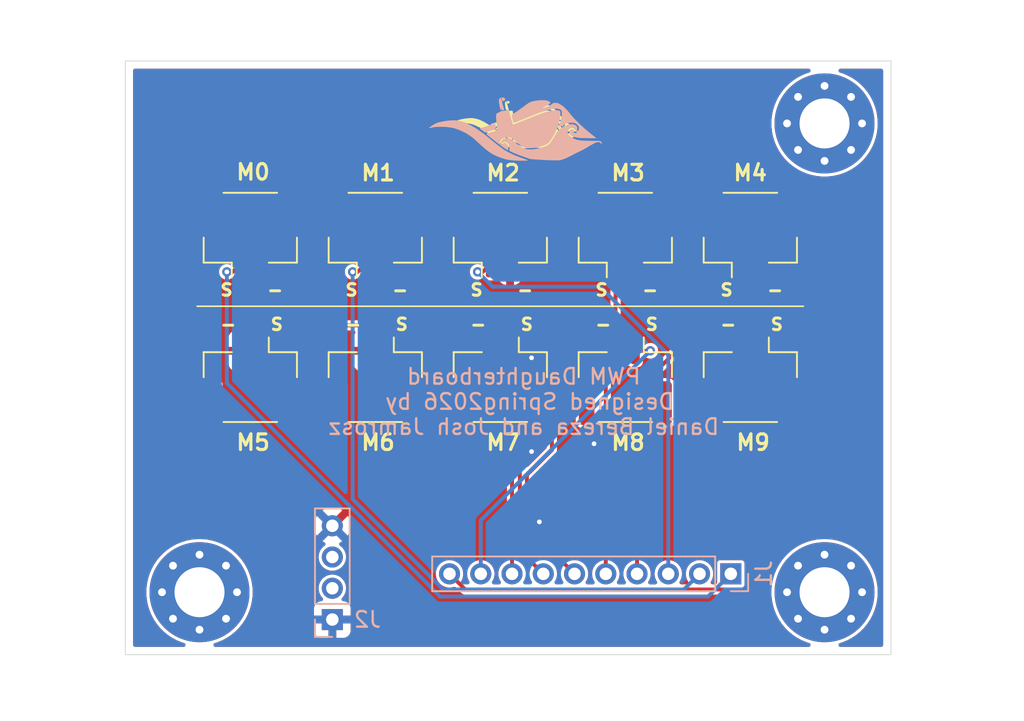
<source format=kicad_pcb>
(kicad_pcb (version 20241229) (generator "pcbnew") (generator_version "9.0")
  (layers (0 "F.Cu" signal) (2 "B.Cu" signal) (13 "F.Paste" user) (15 "B.Paste" user) (5 "F.SilkS" user "F.Silkscreen") (7 "B.SilkS" user "B.Silkscreen") (1 "F.Mask" user) (3 "B.Mask" user) (25 "Edge.Cuts" user))
  (net 0 "")
  (net 1 "+3V3")
  (net 2 "GND")
  (net 3 "/PWM6")
  (net 4 "/PWM4")
  (net 5 "/PWM3")
  (net 6 "/PWM7")
  (net 7 "/PWM5")
  (net 8 "/PWM9")
  (net 9 "/PWM8")
  (net 10 "/PWM1")
  (net 11 "/PWM2")
  (net 12 "/PWM0")
  (net 13 "VBUS")
  (footprint "Connector_JST:JST_GH_BM02B-GHS-TBT_1x02-1MP_P1.25mm_Vertical" (layer "F.Cu") (at 131 86.55)
    (property "Reference" "J4" (hide yes))
    (property "Value" "Conn_01x02")
  )
  (footprint "MountingHole:MountingHole_3.2mm_M3_Pad_Via" (layer "F.Cu") (at 159.75 79.5)
    (property "Reference" "REF**" (hide yes))
    (property "Value" "MountingHole_3.2mm_M3_Pad_Via")
  )
  (footprint "Connector_JST:JST_GH_BM02B-GHS-TBT_1x02-1MP_P1.25mm_Vertical" (layer "F.Cu") (at 155 86.55)
    (property "Reference" "J6" (hide yes))
    (property "Value" "Conn_01x02")
  )
  (footprint "Connector_JST:JST_GH_BM02B-GHS-TBT_1x02-1MP_P1.25mm_Vertical" (layer "F.Cu") (at 123 86.55)
    (property "Reference" "J3" (hide yes))
    (property "Value" "Conn_01x02")
  )
  (footprint "MountingHole:MountingHole_3.2mm_M3_Pad_Via" (layer "F.Cu") (at 119.75 109.5)
    (property "Reference" "REF**" (hide yes))
    (property "Value" "MountingHole_3.2mm_M3_Pad_Via")
  )
  (footprint "Connector_JST:JST_GH_BM02B-GHS-TBT_1x02-1MP_P1.25mm_Vertical" (layer "F.Cu") (at 155 96 180)
    (property "Reference" "J13" (hide yes))
    (property "Value" "Conn_01x02")
  )
  (footprint "Connector_JST:JST_GH_BM02B-GHS-TBT_1x02-1MP_P1.25mm_Vertical" (layer "F.Cu") (at 147 86.55)
    (property "Reference" "J7" (hide yes))
    (property "Value" "Conn_01x02")
  )
  (footprint "Connector_JST:JST_GH_BM02B-GHS-TBT_1x02-1MP_P1.25mm_Vertical" (layer "F.Cu") (at 147 96 180)
    (property "Reference" "J12" (hide yes))
    (property "Value" "Conn_01x02")
  )
  (footprint "Connector_JST:JST_GH_BM02B-GHS-TBT_1x02-1MP_P1.25mm_Vertical" (layer "F.Cu") (at 139 86.55)
    (property "Reference" "J5" (hide yes))
    (property "Value" "Conn_01x02")
  )
  (footprint "Connector_JST:JST_GH_BM02B-GHS-TBT_1x02-1MP_P1.25mm_Vertical" (layer "F.Cu") (at 131 96 180)
    (property "Reference" "J10" (hide yes))
    (property "Value" "Conn_01x02")
  )
  (footprint "MountingHole:MountingHole_3.2mm_M3_Pad_Via" (layer "F.Cu") (at 159.75 109.5)
    (property "Reference" "REF**" (hide yes))
    (property "Value" "MountingHole_3.2mm_M3_Pad_Via")
  )
  (footprint "Connector_JST:JST_GH_BM02B-GHS-TBT_1x02-1MP_P1.25mm_Vertical" (layer "F.Cu") (at 123 96 180)
    (property "Reference" "J9" (hide yes))
    (property "Value" "Conn_01x02")
  )
  (footprint "Connector_JST:JST_GH_BM02B-GHS-TBT_1x02-1MP_P1.25mm_Vertical" (layer "F.Cu") (at 139 96 180)
    (property "Reference" "J11" (hide yes))
    (property "Value" "Conn_01x02")
  )
  (footprint "Connector_PinHeader_2.00mm:PinHeader_1x04_P2.00mm_Vertical" (layer "B.Cu") (at 128.25 111.25)
    (property "Reference" "J2")
    (property "Value" "Conn_01x04")
  )
  (footprint "Connector_PinHeader_2.00mm:PinHeader_1x10_P2.00mm_Vertical" (layer "B.Cu") (at 153.75 108.325 90)
    (property "Reference" "J1")
    (property "Value" "Conn_01x10")
  )
  (gr_poly (pts (xy 142.818315 79.344245) (xy 142.828135 79.344476) (xy 142.837521 79.344944) (xy 142.846293 79.345682) (xy 142.85427 79.346723) (xy 142.860355 79.347878) (xy 142.866947 79.349446) (xy 142.873925 79.351358) (xy 142.881162 79.353549) (xy 142.895918 79.358495) (xy 142.910222 79.363747) (xy 142.923079 79.368767) (xy 142.933495 79.373019) (xy 142.943021 79.377064) (xy 142.951496 79.381613) (xy 142.959854 79.386531) (xy 142.968056 79.391763) (xy 142.976064 79.397258) (xy 142.983837 79.402962) (xy 142.991338 79.408822) (xy 142.998529 79.414786) (xy 143.005369 79.4208) (xy 143.01182 79.426811) (xy 143.017844 79.432766) (xy 143.023402 79.438612) (xy 143.028455 79.444296) (xy 143.032964 79.449765) (xy 143.03689 79.454966) (xy 143.040195 79.459847) (xy 143.04284 79.464353) (xy 143.045449 79.469653) (xy 143.047764 79.475237) (xy 143.04979 79.481084) (xy 143.051532 79.487174) (xy 143.054176 79.499996) (xy 143.055731 79.513535) (xy 143.056231 79.527625) (xy 143.055708 79.542096) (xy 143.054196 79.556782) (xy 143.051728 79.571513) (xy 143.048339 79.586124) (xy 143.044061 79.600445) (xy 143.038928 79.61431) (xy 143.032974 79.62755) (xy 143.026232 79.639998) (xy 143.018735 79.651485) (xy 143.014714 79.656816) (xy 143.010517 79.661845) (xy 143.006149 79.666549) (xy 143.001612 79.670909) (xy 142.950468 79.711624) (xy 142.961283 79.634823) (xy 142.962306 79.626276) (xy 142.962913 79.618155) (xy 142.963114 79.610448) (xy 142.962917 79.603147) (xy 142.96233 79.596241) (xy 142.961364 79.58972) (xy 142.960027 79.583573) (xy 142.958328 79.57779) (xy 142.956276 79.572362) (xy 142.95388 79.567277) (xy 142.951149 79.562526) (xy 142.948092 79.558098) (xy 142.944718 79.553983) (xy 142.941035 79.550171) (xy 142.937054 79.546653) (xy 142.932782 79.543416) (xy 142.928229 79.540452) (xy 142.923404 79.537751) (xy 142.918316 79.535301) (xy 142.912973 79.533092) (xy 142.907385 79.531116) (xy 142.901561 79.52936) (xy 142.895509 79.527816) (xy 142.889239 79.526472) (xy 142.87608 79.524347) (xy 142.862155 79.522902) (xy 142.847536 79.522056) (xy 142.832294 79.521728) (xy 142.822913 79.522452) (xy 142.812725 79.523374) (xy 142.800239 79.524687) (xy 142.786482 79.526403) (xy 142.77248 79.528534) (xy 142.765707 79.529758) (xy 142.759257 79.531091) (xy 142.753259 79.532534) (xy 142.74784 79.534088) (xy 142.743289 79.535667) (xy 142.738387 79.53761) (xy 142.733224 79.539851) (xy 142.727888 79.542326) (xy 142.717054 79.547725) (xy 142.706595 79.553292) (xy 142.697223 79.558515) (xy 142.689649 79.562881) (xy 142.682736 79.566989) (xy 142.668288 79.578208) (xy 142.655104 79.589827) (xy 142.643185 79.601823) (xy 142.63253 79.614172) (xy 142.623141 79.626851) (xy 142.615018 79.639835) (xy 142.608161 79.653101) (xy 142.602571 79.666625) (xy 142.598248 79.680383) (xy 142.595193 79.694352) (xy 142.593406 79.708508) (xy 142.592888 79.722827) (xy 142.593639 79.737285) (xy 142.595659 79.751859) (xy 142.59895 79.766525) (xy 142.603511 79.781259) (xy 142.609344 79.796037) (xy 142.616447 79.810836) (xy 142.624823 79.825631) (xy 142.634471 79.8404) (xy 142.645392 79.855118) (xy 142.657587 79.869762) (xy 142.671055 79.884307) (xy 142.685798 79.898731) (xy 142.701815 79.913009) (xy 142.719108 79.927118) (xy 142.737676 79.941033) (xy 142.757521 79.954731) (xy 142.778642 79.968189) (xy 142.80104 79.981382) (xy 142.824716 79.994288) (xy 142.84967 80.006881) (xy 142.864901 80.015282) (xy 142.881566 80.024254) (xy 142.902154 80.035047) (xy 142.925081 80.046642) (xy 142.948767 80.058019) (xy 142.960399 80.063307) (xy 142.971627 80.068158) (xy 142.982253 80.072446) (xy 142.992079 80.076041) (xy 143.018305 80.084429) (xy 143.044839 80.091815) (xy 143.071631 80.098314) (xy 143.098629 80.104043) (xy 143.125781 80.109116) (xy 143.153038 80.11365) (xy 143.180347 80.11776) (xy 143.207657 80.121562) (xy 143.239288 80.12534) (xy 143.271007 80.128253) (xy 143.302796 80.13047) (xy 143.334636 80.132157) (xy 143.46213 80.136943) (xy 143.557228 80.14012) (xy 143.662369 80.142662) (xy 143.78255 80.144961) (xy 143.945811 80.143223) (xy 144.008333 80.143332) (xy 144.065466 80.144179) (xy 144.110176 80.146025) (xy 144.125674 80.147404) (xy 144.135429 80.149131) (xy 144.14013 80.15071) (xy 144.145177 80.152789) (xy 144.150492 80.155298) (xy 144.156 80.158166) (xy 144.161623 80.161324) (xy 144.167285 80.164702) (xy 144.17842 80.171836) (xy 144.188793 80.179009) (xy 144.197791 80.18566) (xy 144.204802 80.19123) (xy 144.209213 80.195159) (xy 144.210765 80.196867) (xy 144.212444 80.199033) (xy 144.214212 80.201672) (xy 144.216034 80.2048) (xy 144.217873 80.20843) (xy 144.219692 80.212579) (xy 144.221455 80.21726) (xy 144.223126 80.22249) (xy 144.223915 80.225315) (xy 144.224668 80.228283) (xy 144.225379 80.231396) (xy 144.226044 80.234654) (xy 144.226659 80.238061) (xy 144.227219 80.241618) (xy 144.227719 80.245327) (xy 144.228155 80.24919) (xy 144.228522 80.253209) (xy 144.228816 80.257386) (xy 144.229032 80.261721) (xy 144.229166 80.266219) (xy 144.229213 80.270879) (xy 144.229168 80.275705) (xy 144.229027 80.280698) (xy 144.228786 80.285859) (xy 144.228532 80.289094) (xy 144.228156 80.291912) (xy 144.227663 80.294325) (xy 144.227056 80.296349) (xy 144.226339 80.297997) (xy 144.225514 80.299282) (xy 144.225062 80.299794) (xy 144.224586 80.300219) (xy 144.224084 80.300562) (xy 144.223557 80.300822) (xy 144.223006 80.301002) (xy 144.222432 80.301103) (xy 144.221834 80.301128) (xy 144.221213 80.301077) (xy 144.219905 80.300758) (xy 144.218511 80.30016) (xy 144.217033 80.299296) (xy 144.215477 80.29818) (xy 144.213845 80.296826) (xy 144.21214 80.295248) (xy 144.210366 80.293459) (xy 144.208528 80.291474) (xy 144.204667 80.286969) (xy 144.200588 80.281843) (xy 144.196316 80.276206) (xy 144.177864 80.250765) (xy 144.17636 80.248824) (xy 144.174703 80.246911) (xy 144.1729 80.245026) (xy 144.17096 80.24317) (xy 144.166698 80.23955) (xy 144.161979 80.236058) (xy 144.156862 80.232701) (xy 144.151411 80.229485) (xy 144.145685 80.226417) (xy 144.139748 80.223505) (xy 144.13366 80.220755) (xy 144.127483 80.218174) (xy 144.121277 80.215769) (xy 144.115106 80.213547) (xy 144.109029 80.211515) (xy 144.103109 80.20968) (xy 144.097407 80.208049) (xy 144.091984 80.206628) (xy 144.085801 80.206004) (xy 144.079069 80.205413) (xy 144.070797 80.204804) (xy 144.06165 80.204302) (xy 144.052294 80.204034) (xy 144.047745 80.204027) (xy 144.043393 80.204125) (xy 144.039321 80.204344) (xy 144.035613 80.204701) (xy 144.029332 80.205642) (xy 144.022505 80.206959) (xy 144.007744 80.210482) (xy 143.992377 80.214787) (xy 143.977453 80.219392) (xy 143.953127 80.227568) (xy 143.943155 80.231152) (xy 143.931868 80.23575) (xy 143.918299 80.241797) (xy 143.885036 80.257839) (xy 143.844815 80.278491) (xy 143.799085 80.302964) (xy 143.749293 80.33047) (xy 143.696888 80.360221) (xy 143.643319 80.391429) (xy 143.590033 80.423305) (xy 143.535246 80.456013) (xy 143.477376 80.489602) (xy 143.418172 80.523118) (xy 143.359384 80.555606) (xy 143.302762 80.58611) (xy 143.250056 80.613676) (xy 143.203016 80.637347) (xy 143.163391 80.656171) (xy 143.093792 80.688159) (xy 143.030929 80.717623) (xy 142.981704 80.74129) (xy 142.953022 80.755888) (xy 142.866106 80.80343) (xy 142.780808 80.848413) (xy 142.698449 80.890212) (xy 142.620348 80.928198) (xy 142.547824 80.961745) (xy 142.482199 80.990227) (xy 142.424791 81.013015) (xy 142.376921 81.029484) (xy 142.361937 81.035038) (xy 142.345571 81.040898) (xy 142.325389 81.04785) (xy 142.302967 81.055172) (xy 142.27988 81.062142) (xy 142.26858 81.06527) (xy 142.257704 81.068038) (xy 142.24745 81.070358) (xy 142.238015 81.072138) (xy 142.22178 81.074443) (xy 142.203925 81.076326) (xy 142.164828 81.078975) (xy 142.123667 81.080388) (xy 142.083387 81.080867) (xy 142.017249 81.08023) (xy 141.989968 81.079481) (xy 141.929562 81.080233) (xy 141.855451 81.07944) (xy 141.770184 81.077212) (xy 141.676308 81.073659) (xy 141.576371 81.068889) (xy 141.47292 81.063013) (xy 141.368505 81.056139) (xy 141.265671 81.048378) (xy 141.265671 81.048374) (xy 141.213213 81.046792) (xy 141.156149 81.044506) (xy 141.086094 81.04095) (xy 141.008721 81.03592) (xy 140.929702 81.029209) (xy 140.891348 81.02516) (xy 140.854711 81.020614) (xy 140.820499 81.015545) (xy 140.789421 81.009928) (xy 140.774598 81.006631) (xy 140.758488 81.002507) (xy 140.723644 80.992352) (xy 140.687365 80.980613) (xy 140.652129 80.968435) (xy 140.594689 80.947354) (xy 140.571139 80.938287) (xy 140.468204 80.903296) (xy 140.360042 80.864393) (xy 140.251107 80.823367) (xy 140.145854 80.782006) (xy 140.048736 80.7421) (xy 139.964206 80.705435) (xy 139.896719 80.673802) (xy 139.850728 80.648988) (xy 139.785161 80.608573) (xy 139.797829 80.550894) (xy 139.799048 80.544597) (xy 139.800094 80.537649) (xy 139.800966 80.530123) (xy 139.801665 80.522088) (xy 139.802192 80.513616) (xy 139.802548 80.504778) (xy 139.802745 80.486292) (xy 139.802262 80.467197) (xy 139.801103 80.448065) (xy 139.799271 80.429465) (xy 139.798104 80.420542) (xy 139.796771 80.411966) (xy 139.794744 80.402947) (xy 139.792393 80.393181) (xy 139.789315 80.381251) (xy 139.785631 80.368163) (xy 139.783601 80.361498) (xy 139.781465 80.354921) (xy 139.779239 80.348556) (xy 139.776938 80.342531) (xy 139.774578 80.336969) (xy 139.772173 80.331997) (xy 139.769195 80.326486) (xy 139.766065 80.321057) (xy 139.76279 80.315707) (xy 139.759378 80.310436) (xy 139.755836 80.305245) (xy 139.752171 80.300131) (xy 139.748391 80.295094) (xy 139.744503 80.290133) (xy 139.740514 80.285248) (xy 139.736432 80.280438) (xy 139.728016 80.271038) (xy 139.719313 80.261927) (xy 139.710383 80.2531) (xy 139.705916 80.248924) (xy 139.701095 80.244642) (xy 139.690661 80.235931) (xy 139.679608 80.227312) (xy 139.668466 80.219124) (xy 139.657762 80.21171) (xy 139.648025 80.205411) (xy 139.643685 80.202787) (xy 139.639784 80.20057) (xy 139.636389 80.198803) (xy 139.633567 80.197528) (xy 139.630723 80.196448) (xy 139.627664 80.19541) (xy 139.624424 80.194421) (xy 139.621039 80.193488) (xy 139.617545 80.192618) (xy 139.613976 80.191818) (xy 139.610368 80.191097) (xy 139.606757 80.190461) (xy 139.603178 80.189916) (xy 139.599666 80.189472) (xy 139.596257 80.189134) (xy 139.592986 80.18891) (xy 139.589888 80.188807) (xy 139.586999 80.188832) (xy 139.584354 80.188993) (xy 139.581989 80.189297) (xy 139.575802 80.190502) (xy 139.569588 80.19199) (xy 139.563367 80.193735) (xy 139.557158 80.195706) (xy 139.550981 80.197877) (xy 139.544853 80.200218) (xy 139.538795 80.202703) (xy 139.532825 80.205302) (xy 139.521227 80.21073) (xy 139.510211 80.216279) (xy 139.490541 80.226834) (xy 139.486225 80.229384) (xy 139.48148 80.232475) (xy 139.470853 80.239807) (xy 139.458952 80.247879) (xy 139.452615 80.251897) (xy 139.446069 80.255743) (xy 139.439351 80.259299) (xy 139.432498 80.262446) (xy 139.429032 80.263829) (xy 139.425546 80.265066) (xy 139.422044 80.266141) (xy 139.418532 80.26704) (xy 139.415013 80.267747) (xy 139.411492 80.268249) (xy 139.407974 80.268529) (xy 139.404463 80.268574) (xy 139.400964 80.268368) (xy 139.397482 80.267897) (xy 139.39402 80.267145) (xy 139.390584 80.266099) (xy 139.388167 80.264812) (xy 139.38621 80.262837) (xy 139.384702 80.260214) (xy 139.383628 80.256982) (xy 139.382974 80.253179) (xy 139.382727 80.248846) (xy 139.382873 80.244022) (xy 139.383399 80.238746) (xy 139.385535 80.226994) (xy 139.389025 80.213907) (xy 139.393761 80.199797) (xy 139.399632 80.184979) (xy 139.40653 80.169768) (xy 139.414345 80.154478) (xy 139.422968 80.139424) (xy 139.432291 80.124919) (xy 139.442203 80.111279) (xy 139.447346 80.104881) (xy 139.452595 80.098817) (xy 139.457938 80.093126) (xy 139.463359 80.087848) (xy 139.468846 80.083022) (xy 139.474385 80.078687) (xy 139.483386 80.072811) (xy 139.493259 80.066565) (xy 139.505489 80.059089) (xy 139.519157 80.051117) (xy 139.526244 80.047173) (xy 139.533345 80.04338) (xy 139.540347 80.039829) (xy 139.547134 80.036611) (xy 139.553592 80.033818) (xy 139.559606 80.031542) (xy 139.566207 80.029475) (xy 139.573527 80.027551) (xy 139.581409 80.025768) (xy 139.589693 80.024124) (xy 139.606838 80.021252) (xy 139.6237 80.018924) (xy 139.639014 80.017131) (xy 139.651518 80.015862) (xy 139.663037 80.014859) (xy 139.675683 80.014615) (xy 139.689436 80.014532) (xy 139.706312 80.014673) (xy 139.724943 80.015186) (xy 139.743957 80.016219) (xy 139.75318 80.016977) (xy 139.761984 80.017921) (xy 139.770198 80.019068) (xy 139.777652 80.020439) (xy 139.782538 80.021615) (xy 139.787826 80.023131) (xy 139.793416 80.024929) (xy 139.79921 80.026952) (xy 139.811012 80.031444) (xy 139.822443 80.036147) (xy 139.83271 80.040604) (xy 139.841023 80.044355) (xy 139.848622 80.047907) (xy 139.861211 80.054573) (xy 139.874356 80.062069) (xy 139.888109 80.070432) (xy 139.902517 80.079701) (xy 139.91763 80.089913) (xy 139.933498 80.101105) (xy 139.950169 80.113317) (xy 139.967693 80.126586) (xy 140.005497 80.156444) (xy 140.047303 80.190984) (xy 140.093506 80.230507) (xy 140.144499 80.275317) (xy 140.168039 80.29568) (xy 140.19266 80.315932) (xy 140.218177 80.335958) (xy 140.244404 80.355644) (xy 140.271155 80.374875) (xy 140.298246 80.393538) (xy 140.32549 80.411516) (xy 140.352702 80.428697) (xy 140.379696 80.444964) (xy 140.406288 80.460205) (xy 140.43229 80.474304) (xy 140.457518 80.487147) (xy 140.481786 80.498619) (xy 140.504909 80.508605) (xy 140.5267 80.516992) (xy 140.546975 80.523665) (xy 140.588871 80.534571) (xy 140.633282 80.543184) (xy 140.68009 80.549515) (xy 140.729179 80.553576) (xy 140.780431 80.55538) (xy 140.833731 80.554939) (xy 140.888962 80.552265) (xy 140.946006 80.547369) (xy 141.004747 80.540265) (xy 141.065069 80.530963) (xy 141.126854 80.519477) (xy 141.189985 80.505818) (xy 141.254347 80.489999) (xy 141.319823 80.472031) (xy 141.386295 80.451926) (xy 141.453646 80.429698) (xy 141.473944 80.423169) (xy 141.495919 80.415783) (xy 141.522758 80.406339) (xy 141.552198 80.395351) (xy 141.567185 80.38944) (xy 141.581973 80.383338) (xy 141.596278 80.377107) (xy 141.609818 80.370814) (xy 141.62231 80.364523) (xy 141.63347 80.358298) (xy 141.639867 80.354268) (xy 141.646676 80.349566) (xy 141.653783 80.34432) (xy 141.661074 80.338659) (xy 141.675756 80.326605) (xy 141.689809 80.314435) (xy 141.702324 80.303177) (xy 141.712391 80.293861) (xy 141.721537 80.285173) (xy 141.730537 80.275593) (xy 141.740972 80.26346) (xy 141.752715 80.248956) (xy 141.765641 80.232264) (xy 141.794536 80.19305) (xy 141.826651 80.147283) (xy 141.860976 80.096428) (xy 141.896506 80.04195) (xy 141.932232 79.985314) (xy 141.967147 79.927985) (xy 142.132841 79.650716) (xy 142.225115 79.575329) (xy 142.235273 79.567281) (xy 142.246634 79.558737) (xy 142.272473 79.54046) (xy 142.301657 79.521096) (xy 142.333206 79.501247) (xy 142.366143 79.481512) (xy 142.399491 79.462492) (xy 142.43227 79.444787) (xy 142.463505 79.428997) (xy 142.479325 79.421185) (xy 142.496627 79.412871) (xy 142.517992 79.40291) (xy 142.54177 79.39227) (xy 142.566313 79.381917) (xy 142.578357 79.377151) (xy 142.589973 79.37282) (xy 142.600956 79.369046) (xy 142.6111 79.365948) (xy 142.618946 79.363922) (xy 142.62761 79.362004) (xy 142.646658 79.358499) (xy 142.666782 79.355461) (xy 142.686523 79.352915) (xy 142.719012 79.349409) (xy 142.732438 79.348193) (xy 142.745835 79.347061) (xy 142.760412 79.346036) (xy 142.778315 79.345052) (xy 142.798098 79.344368) (xy 142.808243 79.34422)) (fill yes) (layer "F.SilkS"))
  (gr_poly (pts (xy 142.008372 78.669646) (xy 142.026187 78.670385) (xy 142.043584 78.671413) (xy 142.072095 78.673579) (xy 142.083836 78.674635) (xy 142.106023 78.677384) (xy 142.127942 78.68096) (xy 142.149025 78.685214) (xy 142.168706 78.689995) (xy 142.186418 78.695152) (xy 142.194358 78.697825) (xy 142.201593 78.700534) (xy 142.208052 78.703263) (xy 142.213664 78.705991) (xy 142.218359 78.708701) (xy 142.222066 78.711372) (xy 142.225813 78.713918) (xy 142.229744 78.716795) (xy 142.232005 78.718546) (xy 142.234379 78.72047) (xy 142.236803 78.722544) (xy 142.239214 78.724741) (xy 142.241551 78.727035) (xy 142.24375 78.729402) (xy 142.244778 78.730605) (xy 142.245748 78.731816) (xy 142.246652 78.733032) (xy 142.247482 78.734251) (xy 142.248232 78.735469) (xy 142.248891 78.736683) (xy 142.249454 78.737889) (xy 142.249911 78.739085) (xy 142.250627 78.743111) (xy 142.250974 78.749545) (xy 142.250743 78.768162) (xy 142.249572 78.791992) (xy 142.247818 78.818091) (xy 142.242069 78.886298) (xy 142.235044 78.960209) (xy 142.224728 79.035624) (xy 142.211228 79.112261) (xy 142.194647 79.189835) (xy 142.175092 79.268065) (xy 142.152667 79.346667) (xy 142.127478 79.425359) (xy 142.099631 79.503857) (xy 142.06923 79.581878) (xy 142.036381 79.65914) (xy 142.001189 79.73536) (xy 141.963759 79.810254) (xy 141.924198 79.883539) (xy 141.882609 79.954933) (xy 141.839099 80.024153) (xy 141.793773 80.090915) (xy 141.770844 80.122859) (xy 141.749077 80.15196) (xy 141.728183 80.178436) (xy 141.707872 80.202502) (xy 141.687858 80.224374) (xy 141.667849 80.244269) (xy 141.647558 80.262401) (xy 141.626696 80.278987) (xy 141.604974 80.294243) (xy 141.582103 80.308384) (xy 141.557794 80.321628) (xy 141.531759 80.334189) (xy 141.503709 80.346284) (xy 141.473354 80.358129) (xy 141.440406 80.36994) (xy 141.404576 80.381932) (xy 141.311236 80.411271) (xy 141.226872 80.435433) (xy 141.149305 80.454811) (xy 141.112389 80.46283) (xy 141.076354 80.469802) (xy 141.040929 80.475775) (xy 141.005841 80.4808) (xy 140.970817 80.484924) (xy 140.935585 80.488199) (xy 140.863406 80.492395) (xy 140.787125 80.493783) (xy 140.586393 80.494083) (xy 140.449781 80.424849) (xy 140.434887 80.416963) (xy 140.418492 80.407663) (xy 140.381863 80.385293) (xy 140.341229 80.358682) (xy 140.297923 80.328772) (xy 140.25328 80.296506) (xy 140.208631 80.262828) (xy 140.165312 80.228678) (xy 140.124655 80.195001) (xy 140.088032 80.163348) (xy 140.055197 80.134444) (xy 140.025059 80.107992) (xy 139.996526 80.083696) (xy 139.98252 80.072264) (xy 139.968506 80.06126) (xy 139.954347 80.050646) (xy 139.939907 80.040386) (xy 139.92505 80.030442) (xy 139.909638 80.020777) (xy 139.893536 80.011355) (xy 139.876608 80.002137) (xy 139.871903 79.999756) (xy 139.867132 79.99751) (xy 139.8623 79.995393) (xy 139.857412 79.993399) (xy 139.852472 79.991521) (xy 139.847486 79.989754) (xy 139.837393 79.986523) (xy 139.827173 79.983655) (xy 139.816864 79.981101) (xy 139.806507 79.978809) (xy 139.796141 79.976728) (xy 139.789731 79.975625) (xy 139.782677 79.974636) (xy 139.76722 79.972976) (xy 139.750939 79.971699) (xy 139.734999 79.97076) (xy 139.708817 79.969706) (xy 139.698014 79.969438) (xy 139.685866 79.969993) (xy 139.672658 79.970743) (xy 139.656452 79.971856) (xy 139.638564 79.97337) (xy 139.620313 79.975321) (xy 139.611464 79.976472) (xy 139.603017 79.977746) (xy 139.595139 79.979149) (xy 139.587994 79.980683) (xy 139.581941 79.98227) (xy 139.57538 79.984242) (xy 139.561226 79.989069) (xy 139.546525 79.994628) (xy 139.532271 80.000381) (xy 139.509074 80.010321) (xy 139.499577 80.01459) (xy 139.481207 80.0256) (xy 139.464035 80.036848) (xy 139.448037 80.048367) (xy 139.433189 80.060187) (xy 139.419468 80.072342) (xy 139.40685 80.084863) (xy 139.395312 80.097783) (xy 139.38483 80.111133) (xy 139.37538 80.124946) (xy 139.366939 80.139254) (xy 139.359484 80.154088) (xy 139.352991 80.169482) (xy 139.347436 80.185467) (xy 139.342796 80.202075) (xy 139.339047 80.219338) (xy 139.336166 80.237288) (xy 139.335993 80.243476) (xy 139.336014 80.250141) (xy 139.336121 80.254054) (xy 139.336318 80.258236) (xy 139.336626 80.262596) (xy 139.337064 80.267047) (xy 139.337652 80.271498) (xy 139.33841 80.275861) (xy 139.339358 80.280047) (xy 139.340515 80.283966) (xy 139.341178 80.285798) (xy 139.341901 80.287529) (xy 139.342686 80.289149) (xy 139.343536 80.290647) (xy 139.344149 80.291565) (xy 139.34485 80.292482) (xy 139.345633 80.293394) (xy 139.346491 80.294302) (xy 139.348401 80.296093) (xy 139.350524 80.297841) (xy 139.352804 80.299532) (xy 139.355183 80.30115) (xy 139.357605 80.302683) (xy 139.360012 80.304115) (xy 139.364559 80.306621) (xy 139.368369 80.308553) (xy 139.371961 80.310236) (xy 139.375775 80.311575) (xy 139.379834 80.312729) (xy 139.384146 80.313662) (xy 139.388718 80.314334) (xy 139.393557 80.314707) (xy 139.39867 80.314742) (xy 139.404065 80.314401) (xy 139.409748 80.313644) (xy 139.412699 80.313099) (xy 139.415726 80.312435) (xy 139.418828 80.311648) (xy 139.422007 80.310734) (xy 139.425263 80.309686) (xy 139.428598 80.308502) (xy 139.432012 80.307175) (xy 139.435506 80.305701) (xy 139.439081 80.304075) (xy 139.442738 80.302292) (xy 139.446478 80.300348) (xy 139.450302 80.298238) (xy 139.45421 80.295956) (xy 139.458204 80.293498) (xy 139.462284 80.29086) (xy 139.466451 80.288036) (xy 139.474294 80.282745) (xy 139.482325 80.277603) (xy 139.490486 80.272635) (xy 139.498718 80.267869) (xy 139.50696 80.263332) (xy 139.515156 80.259049) (xy 139.523245 80.255048) (xy 139.531168 80.251355) (xy 139.538867 80.247996) (xy 139.546283 80.245) (xy 139.553356 80.242391) (xy 139.560028 80.240196) (xy 139.566239 80.238443) (xy 139.571931 80.237158) (xy 139.577044 80.236367) (xy 139.58152 80.236098) (xy 139.591458 80.236777) (xy 139.601359 80.238769) (xy 139.611193 80.242005) (xy 139.620929 80.246416) (xy 139.630537 80.251936) (xy 139.639986 80.258495) (xy 139.649246 80.266025) (xy 139.658287 80.274457) (xy 139.667078 80.283724) (xy 139.675588 80.293757) (xy 139.683787 80.304488) (xy 139.691646 80.315849) (xy 139.699132 80.32777) (xy 139.706217 80.340185) (xy 139.712869 80.353024) (xy 139.719058 80.366219) (xy 139.724753 80.379702) (xy 139.729925 80.393405) (xy 139.734543 80.40726) (xy 139.738576 80.421197) (xy 139.741994 80.435149) (xy 139.744766 80.449047) (xy 139.746863 80.462824) (xy 139.748253 80.47641) (xy 139.748906 80.489738) (xy 139.748792 80.502739) (xy 139.74788 80.515345) (xy 139.74614 80.527487) (xy 139.743542 80.539098) (xy 139.740055 80.550108) (xy 139.735648 80.560451) (xy 139.730291 80.570056) (xy 139.713567 80.596437) (xy 139.517276 80.463691) (xy 139.474034 80.433929) (xy 139.426325 80.400182) (xy 139.323793 80.325401) (xy 139.222248 80.248677) (xy 139.175773 80.212502) (xy 139.134257 80.179341) (xy 138.966881 80.044286) (xy 138.826679 79.932455) (xy 138.778423 79.894127) (xy 138.736372 79.860212) (xy 138.705045 79.83439) (xy 138.694815 79.825663) (xy 138.68896 79.820339) (xy 138.688247 79.819433) (xy 138.687844 79.818452) (xy 138.687744 79.817401) (xy 138.687941 79.816281) (xy 138.688428 79.815096) (xy 138.6892 79.81385) (xy 138.69025 79.812545) (xy 138.691571 79.811185) (xy 138.693157 79.809773) (xy 138.695002 79.808312) (xy 138.697099 79.806805) (xy 138.699442 79.805256) (xy 138.704841 79.802043) (xy 138.711148 79.798699) (xy 138.718312 79.795249) (xy 138.726281 79.791719) (xy 138.735006 79.788135) (xy 138.744436 79.784522) (xy 138.754518 79.780906) (xy 138.765204 79.777312) (xy 138.776441 79.773767) (xy 138.788178 79.770296) (xy 138.909216 79.73513) (xy 139.037207 79.69723) (xy 139.170151 79.657382) (xy 139.192116 79.590826) (xy 139.214082 79.524271) (xy 139.194247 79.369213) (xy 139.181296 79.264071) (xy 139.171296 79.173743) (xy 139.164193 79.097137) (xy 139.159933 79.03316) (xy 139.158461 78.980717) (xy 139.159726 78.938716) (xy 139.161367 78.921289) (xy 139.163671 78.906063) (xy 139.166633 78.892901) (xy 139.170244 78.881666) (xy 139.191097 78.826989) (xy 139.265962 78.793153) (xy 139.281647 78.785827) (xy 139.297531 78.77797) (xy 139.313176 78.769826) (xy 139.328146 78.761642) (xy 139.342002 78.753661) (xy 139.354308 78.74613) (xy 139.364627 78.739293) (xy 139.368905 78.736211) (xy 139.372522 78.733395) (xy 139.374445 78.731999) (xy 139.376803 78.730596) (xy 139.382776 78.727777) (xy 139.390351 78.724954) (xy 139.399437 78.722142) (xy 139.409942 78.719358) (xy 139.421776 78.716617) (xy 139.434847 78.713935) (xy 139.449065 78.711327) (xy 139.464338 78.708811) (xy 139.480575 78.706401) (xy 139.497686 78.704113) (xy 139.515578 78.701963) (xy 139.534161 78.699968) (xy 139.553344 78.698142) (xy 139.573036 78.696502) (xy 139.593145 78.695063) (xy 139.782072 78.682653) (xy 139.816528 78.839263) (xy 139.835589 78.919568) (xy 139.858452 79.006027) (xy 139.883464 79.093443) (xy 139.908974 79.176619) (xy 139.933331 79.250357) (xy 139.954883 79.309462) (xy 139.971979 79.348736) (xy 139.978339 79.359313) (xy 139.980882 79.362051) (xy 139.982966 79.362982) (xy 139.998954 79.357766) (xy 140.038874 79.342817) (xy 140.179865 79.28791) (xy 140.384643 79.206647) (xy 140.631917 79.107415) (xy 141.068018 78.934393) (xy 141.236834 78.870323) (xy 141.38021 78.818645) (xy 141.503686 78.77743) (xy 141.612799 78.74475) (xy 141.713087 78.718677) (xy 141.810089 78.697284) (xy 141.828201 78.693456) (xy 141.872257 78.684783) (xy 141.899196 78.679949) (xy 141.926838 78.675486) (xy 141.953257 78.671921) (xy 141.965405 78.670641) (xy 141.976525 78.669783) (xy 141.991398 78.669382)) (fill yes) (layer "F.SilkS"))
  (gr_poly (pts (xy 142.078927 79.205528) (xy 142.080119 79.206585) (xy 142.080972 79.208539) (xy 142.081669 79.21509) (xy 142.08103 79.225077) (xy 142.079066 79.238398) (xy 142.075789 79.254948) (xy 142.065341 79.297326) (xy 142.04978 79.351385) (xy 142.029197 79.416299) (xy 142.007532 79.479071) (xy 141.983934 79.541804) (xy 141.958605 79.604146) (xy 141.931751 79.665745) (xy 141.903575 79.726247) (xy 141.87428 79.785303) (xy 141.844072 79.842558) (xy 141.813153 79.89766) (xy 141.781728 79.950259) (xy 141.75 80) (xy 141.718174 80.046532) (xy 141.686453 80.089503) (xy 141.655041 80.128561) (xy 141.624142 80.163352) (xy 141.593961 80.193526) (xy 141.5647 80.218729) (xy 141.552315 80.227599) (xy 141.537486 80.236678) (xy 141.520316 80.24593) (xy 141.500906 80.255321) (xy 141.455775 80.274383) (xy 141.40291 80.293584) (xy 141.343127 80.312649) (xy 141.277241 80.331301) (xy 141.20607 80.34926) (xy 141.130429 80.366252) (xy 141.130429 80.366251) (xy 141.105266 80.370866) (xy 141.075127 80.375223) (xy 141.003559 80.383006) (xy 140.923012 80.389287) (xy 140.84077 80.393754) (xy 140.764122 80.396096) (xy 140.700352 80.395999) (xy 140.675573 80.394938) (xy 140.656746 80.393151) (xy 140.644783 80.390598) (xy 140.641659 80.389022) (xy 140.640592 80.38724) (xy 140.641184 80.38623) (xy 140.642921 80.384789) (xy 140.649596 80.380723) (xy 140.660148 80.375257) (xy 140.67411 80.368609) (xy 140.691014 80.360994) (xy 140.710391 80.352629) (xy 140.731774 80.343729) (xy 140.754695 80.334511) (xy 140.831137 80.302776) (xy 140.912008 80.266478) (xy 140.994716 80.226961) (xy 141.076667 80.185572) (xy 141.155269 80.143655) (xy 141.227928 80.102557) (xy 141.292051 80.063622) (xy 141.320102 80.045387) (xy 141.345047 80.028197) (xy 141.384685 79.998091) (xy 141.428344 79.961662) (xy 141.475285 79.919729) (xy 141.52477 79.873113) (xy 141.57606 79.822636) (xy 141.628415 79.769116) (xy 141.733369 79.656236) (xy 141.833723 79.541037) (xy 141.880328 79.48462) (xy 141.923567 79.430085) (xy 141.9627 79.378253) (xy 141.99699 79.329945) (xy 142.025698 79.285981) (xy 142.048085 79.247182) (xy 142.057041 79.230946) (xy 142.064592 79.218765) (xy 142.070749 79.210538) (xy 142.075523 79.20616) (xy 142.077396 79.205382)) (fill yes) (layer "F.SilkS"))
  (gr_poly (pts (xy 139.853879 79.234192) (xy 139.856777 79.235758) (xy 139.859813 79.23805) (xy 139.862965 79.241018) (xy 139.869527 79.248769) (xy 139.876281 79.258596) (xy 139.883048 79.270086) (xy 139.889649 79.282824) (xy 139.895901 79.296394) (xy 139.901626 79.310383) (xy 139.906643 79.324375) (xy 139.910772 79.337956) (xy 139.913833 79.350712) (xy 139.915646 79.362228) (xy 139.916027 79.367391) (xy 139.916029 79.372089) (xy 139.915629 79.37627) (xy 139.914804 79.379881) (xy 139.913532 79.382871) (xy 139.91179 79.385189) (xy 139.909267 79.387101) (xy 139.904928 79.389679) (xy 139.891217 79.396653) (xy 139.871479 79.405761) (xy 139.846538 79.416649) (xy 139.784337 79.44236) (xy 139.711195 79.470972) (xy 139.711195 79.470974) (xy 139.632311 79.500674) (xy 139.574487 79.521575) (xy 139.553435 79.528719) (xy 139.537605 79.533653) (xy 139.526982 79.536375) (xy 139.523618 79.536906) (xy 139.521551 79.536882) (xy 139.520778 79.536304) (xy 139.521298 79.535171) (xy 139.526208 79.531238) (xy 139.536267 79.525082) (xy 139.551461 79.516697) (xy 139.597193 79.493234) (xy 139.663288 79.460825) (xy 139.826999 79.381607) (xy 139.826999 79.313935) (xy 139.827099 79.30698) (xy 139.827392 79.300099) (xy 139.827868 79.293332) (xy 139.828518 79.286721) (xy 139.829331 79.280306) (xy 139.830297 79.274129) (xy 139.831407 79.268229) (xy 139.832652 79.262648) (xy 139.83402 79.257427) (xy 139.835502 79.252606) (xy 139.837089 79.248226) (xy 139.83877 79.244328) (xy 139.840536 79.240952) (xy 139.841447 79.239473) (xy 139.842376 79.23814) (xy 139.843322 79.236958) (xy 139.844282 79.235933) (xy 139.845255 79.235068) (xy 139.846242 79.23437) (xy 139.848589 79.233446) (xy 139.851143 79.233404)) (fill yes) (layer "F.SilkS"))
  (gr_poly (pts (xy 141.448114 78.192389) (xy 141.490079 78.194949) (xy 141.529379 78.198817) (xy 141.565636 78.204007) (xy 141.598475 78.210533) (xy 141.616163 78.215021) (xy 141.63336 78.220128) (xy 141.649957 78.225782) (xy 141.665843 78.23191) (xy 141.680908 78.238441) (xy 141.69504 78.245302) (xy 141.70813 78.252422) (xy 141.720066 78.259729) (xy 141.730739 78.26715) (xy 141.740038 78.274615) (xy 141.747853 78.28205) (xy 141.754072 78.289384) (xy 141.758586 78.296544) (xy 141.760169 78.300037) (xy 141.761284 78.30346) (xy 141.761917 78.306803) (xy 141.762055 78.310059) (xy 141.761684 78.313216) (xy 141.76079 78.316268) (xy 141.759218 78.320004) (xy 141.757354 78.323836) (xy 141.755187 78.327765) (xy 141.752706 78.331797) (xy 141.7499 78.335932) (xy 141.746758 78.340175) (xy 141.743268 78.344529) (xy 141.739419 78.348997) (xy 141.735202 78.353581) (xy 141.730603 78.358285) (xy 141.72022 78.368065) (xy 141.708183 78.37836) (xy 141.694401 78.389196) (xy 141.678788 78.400597) (xy 141.661254 78.412587) (xy 141.64171 78.42519) (xy 141.620069 78.438432) (xy 141.596242 78.452337) (xy 141.57014 78.466928) (xy 141.541674 78.482231) (xy 141.510757 78.49827) (xy 141.486683 78.509987) (xy 141.469758 78.518482) (xy 141.451938 78.528035) (xy 141.443245 78.533043) (xy 141.434993 78.538119) (xy 141.427403 78.543197) (xy 141.420696 78.54821) (xy 141.415094 78.553094) (xy 141.412776 78.555467) (xy 141.410818 78.557782) (xy 141.409247 78.560033) (xy 141.40809 78.56221) (xy 141.407376 78.564305) (xy 141.407132 78.56631) (xy 141.408298 78.567801) (xy 141.409559 78.569113) (xy 141.410913 78.570253) (xy 141.412357 78.571227) (xy 141.413886 78.572043) (xy 141.415497 78.572708) (xy 141.417188 78.573228) (xy 141.418954 78.573611) (xy 141.420793 78.573863) (xy 141.422702 78.573991) (xy 141.424676 78.574002) (xy 141.426713 78.573904) (xy 141.428809 78.573703) (xy 141.430962 78.573405) (xy 141.435421 78.57255) (xy 141.440065 78.571395) (xy 141.444867 78.569993) (xy 141.449801 78.568402) (xy 141.45484 78.566675) (xy 141.465128 78.56304) (xy 141.470323 78.561242) (xy 141.475518 78.559531) (xy 141.530179 78.541154) (xy 141.57724 78.524205) (xy 141.618465 78.507892) (xy 141.637439 78.499729) (xy 141.655615 78.491428) (xy 141.673213 78.482892) (xy 141.690453 78.474021) (xy 141.724743 78.454883) (xy 141.760246 78.433225) (xy 141.798726 78.408256) (xy 141.810732 78.398369) (xy 141.823965 78.387909) (xy 141.84044 78.375461) (xy 141.849523 78.368887) (xy 141.858973 78.362291) (xy 141.868642 78.35583) (xy 141.878382 78.349664) (xy 141.888044 78.343951) (xy 141.897481 78.338848) (xy 141.906546 78.334515) (xy 141.910892 78.332686) (xy 141.915089 78.331109) (xy 141.921333 78.329207) (xy 141.928276 78.327589) (xy 141.935767 78.326231) (xy 141.943653 78.325111) (xy 141.951783 78.324208) (xy 141.960005 78.3235) (xy 141.976112 78.322578) (xy 141.99076 78.322169) (xy 142.002729 78.322095) (xy 142.013765 78.322249) (xy 142.024606 78.322393) (xy 142.036383 78.322728) (xy 142.05082 78.323373) (xy 142.066734 78.324431) (xy 142.074874 78.325148) (xy 142.082941 78.326005) (xy 142.090784 78.327018) (xy 142.098258 78.328197) (xy 142.105213 78.329557) (xy 142.111502 78.331109) (xy 142.119014 78.333463) (xy 142.127097 78.336439) (xy 142.135604 78.339928) (xy 142.144391 78.343824) (xy 142.16222 78.352413) (xy 142.179418 78.361352) (xy 142.194822 78.369789) (xy 142.207267 78.376871) (xy 142.21862 78.383559) (xy 142.246904 78.398203) (xy 142.275263 78.414501) (xy 142.303793 78.432544) (xy 142.332592 78.452423) (xy 142.361756 78.474227) (xy 142.391381 78.498049) (xy 142.421564 78.523978) (xy 142.452401 78.552105) (xy 142.48399 78.58252) (xy 142.516427 78.615315) (xy 142.549809 78.65058) (xy 142.584232 78.688405) (xy 142.619792 78.72888) (xy 142.656587 78.772098) (xy 142.694712 78.818148) (xy 142.734265 78.86712) (xy 142.776769 78.919105) (xy 142.822559 78.972761) (xy 142.871451 79.027909) (xy 142.923256 79.084372) (xy 143.034866 79.200524) (xy 143.155899 79.319784) (xy 143.284866 79.440722) (xy 143.420278 79.561907) (xy 143.560645 79.681908) (xy 143.704477 79.799293) (xy 143.980343 80.019121) (xy 143.579122 80.013512) (xy 143.301713 80.009043) (xy 143.215237 80.007054) (xy 143.174272 80.005345) (xy 143.174301 80.005346) (xy 143.163023 80.004435) (xy 143.152538 80.003264) (xy 143.142224 80.001863) (xy 143.131459 80.000261) (xy 143.119622 79.99849) (xy 143.106089 79.996579) (xy 143.09024 79.994558) (xy 143.071453 79.992457) (xy 143.049181 79.989607) (xy 143.025805 79.985606) (xy 143.00157 79.980518) (xy 142.976715 79.974406) (xy 142.951485 79.967336) (xy 142.92612 79.95937) (xy 142.900864 79.950573) (xy 142.875958 79.941009) (xy 142.851644 79.930742) (xy 142.828165 79.919836) (xy 142.805762 79.908355) (xy 142.784679 79.896362) (xy 142.765157 79.883922) (xy 142.747438 79.8711) (xy 142.731764 79.857957) (xy 142.718379 79.84456) (xy 142.714671 79.840151) (xy 142.710963 79.835177) (xy 142.707277 79.829692) (xy 142.703637 79.823753) (xy 142.700065 79.817415) (xy 142.696584 79.810734) (xy 142.693218 79.803765) (xy 142.68999 79.796564) (xy 142.686923 79.789187) (xy 142.68404 79.78169) (xy 142.681364 79.774127) (xy 142.678919 79.766555) (xy 142.676726 79.759029) (xy 142.67481 79.751605) (xy 142.673194 79.744338) (xy 142.671901 79.737284) (xy 142.67138 79.730555) (xy 142.670966 79.723249) (xy 142.670662 79.714299) (xy 142.6706 79.709439) (xy 142.670625 79.704443) (xy 142.670757 79.699406) (xy 142.671015 79.694418) (xy 142.671419 79.689572) (xy 142.67199 79.684961) (xy 142.672746 79.680676) (xy 142.673708 79.676809) (xy 142.674692 79.673943) (xy 142.675981 79.670894) (xy 142.677524 79.667714) (xy 142.679269 79.664453) (xy 142.681166 79.661161) (xy 142.683164 79.65789) (xy 142.687262 79.651612) (xy 142.691155 79.646023) (xy 142.694439 79.64153) (xy 142.697553 79.637448) (xy 142.704329 79.63161) (xy 142.711308 79.62605) (xy 142.718521 79.620788) (xy 142.725996 79.615847) (xy 142.733763 79.611248) (xy 142.741849 79.607012) (xy 142.750286 79.60316) (xy 142.759101 79.599715) (xy 142.768325 79.596697) (xy 142.777985 79.594129) (xy 142.788112 79.59203) (xy 142.798734 79.590423) (xy 142.809881 79.589329) (xy 142.821581 79.58877) (xy 142.833864 79.588766) (xy 142.84676 79.58934) (xy 142.853134 79.589299) (xy 142.859776 79.589449) (xy 142.867543 79.589893) (xy 142.871573 79.590268) (xy 142.875552 79.590766) (xy 142.879371 79.591405) (xy 142.882919 79.592202) (xy 142.886086 79.593173) (xy 142.887492 79.593729) (xy 142.888761 79.594335) (xy 142.88988 79.594994) (xy 142.890834 79.595706) (xy 142.89161 79.596474) (xy 142.892194 79.597301) (xy 142.892769 79.598552) (xy 142.893273 79.600119) (xy 142.89408 79.604108) (xy 142.894645 79.609082) (xy 142.894994 79.614855) (xy 142.895155 79.621239) (xy 142.895156 79.628048) (xy 142.894791 79.642193) (xy 142.894119 79.655796) (xy 142.893364 79.667363) (xy 142.892494 79.678409) (xy 142.89161 79.688135) (xy 142.890905 79.69844) (xy 142.890382 79.710725) (xy 142.890271 79.717225) (xy 142.890307 79.723757) (xy 142.890521 79.730166) (xy 142.890947 79.736298) (xy 142.891619 79.742) (xy 142.892569 79.747116) (xy 142.89316 79.749406) (xy 142.893833 79.751492) (xy 142.894592 79.753354) (xy 142.895442 79.754974) (xy 142.895978 79.755771) (xy 142.896607 79.756541) (xy 142.897322 79.757282) (xy 142.898114 79.757996) (xy 142.898977 79.758682) (xy 142.899904 79.759342) (xy 142.901921 79.760578) (xy 142.904106 79.761708) (xy 142.906403 79.762732) (xy 142.908754 79.763651) (xy 142.911101 79.764468) (xy 142.913387 79.765183) (xy 142.915554 79.765798) (xy 142.919304 79.766734) (xy 142.922856 79.767469) (xy 142.930341 79.768896) (xy 142.937994 79.76963) (xy 142.945794 79.769689) (xy 142.953718 79.76909) (xy 142.961743 79.76785) (xy 142.969847 79.765986) (xy 142.978007 79.763516) (xy 142.9862 79.760457) (xy 142.994405 79.756825) (xy 143.002598 79.752639) (xy 143.010757 79.747915) (xy 143.018859 79.742671) (xy 143.026882 79.736924) (xy 143.034803 79.730691) (xy 143.042599 79.723989) (xy 143.050249 79.716836) (xy 143.057729 79.709248) (xy 143.065016 79.701243) (xy 143.07209 79.692839) (xy 143.078926 79.684051) (xy 143.085502 79.674899) (xy 143.091795 79.665398) (xy 143.097784 79.655566) (xy 143.103445 79.64542) (xy 143.108756 79.634978) (xy 143.113694 79.624256) (xy 143.118237 79.613272) (xy 143.122363 79.602043) (xy 143.126048 79.590586) (xy 143.129269 79.578919) (xy 143.132006 79.567059) (xy 143.134234 79.555022) (xy 143.134567 79.547071) (xy 143.134785 79.53843) (xy 143.134861 79.527834) (xy 143.134663 79.51615) (xy 143.134421 79.510169) (xy 143.13406 79.504242) (xy 143.133565 79.498475) (xy 143.132918 79.492977) (xy 143.132104 79.487856) (xy 143.131106 79.483221) (xy 143.129933 79.479148) (xy 143.128409 79.47477) (xy 143.126593 79.470166) (xy 143.124545 79.465413) (xy 143.119984 79.455778) (xy 143.115198 79.44649) (xy 143.110657 79.438175) (xy 143.10683 79.431461) (xy 143.103205 79.425338) (xy 143.098518 79.419044) (xy 143.093242 79.412482) (xy 143.087435 79.405704) (xy 143.081155 79.398763) (xy 143.074461 79.391712) (xy 143.06741 79.384604) (xy 143.06006 79.377493) (xy 143.05247 79.370431) (xy 143.044696 79.36347) (xy 143.036799 79.356665) (xy 143.028834 79.350068) (xy 143.020861 79.343731) (xy 143.012937 79.337708) (xy 143.005121 79.332052) (xy 142.99747 79.326816) (xy 142.990042 79.322053) (xy 142.982201 79.317691) (xy 142.973613 79.313069) (xy 142.96299 79.307558) (xy 142.951142 79.301712) (xy 142.945011 79.298836) (xy 142.938877 79.296084) (xy 142.93284 79.293526) (xy 142.927002 79.29123) (xy 142.921464 79.289265) (xy 142.916327 79.287701) (xy 142.908629 79.285832) (xy 142.900121 79.284171) (xy 142.890983 79.282706) (xy 142.881395 79.281425) (xy 142.861593 79.279366) (xy 142.842158 79.277899) (xy 142.82453 79.276926) (xy 142.810153 79.276351) (xy 142.796921 79.276006) (xy 142.760244 79.275874) (xy 142.725031 79.27695) (xy 142.691045 79.279319) (xy 142.658053 79.28306) (xy 142.625819 79.288257) (xy 142.594107 79.294991) (xy 142.562682 79.303343) (xy 142.53131 79.313396) (xy 142.499755 79.325231) (xy 142.467781 79.33893) (xy 142.435154 79.354575) (xy 142.401638 79.372247) (xy 142.366998 79.39203) (xy 142.331 79.414003) (xy 142.293407 79.43825) (xy 142.253984 79.464852) (xy 142.162285 79.527943) (xy 142.176643 79.480191) (xy 142.195789 79.414232) (xy 142.221053 79.324655) (xy 142.244772 79.238897) (xy 142.259281 79.184392) (xy 142.273642 79.125163) (xy 142.285129 79.074794) (xy 142.294061 79.031181) (xy 142.30076 78.992223) (xy 142.305545 78.955817) (xy 142.308736 78.919861) (xy 142.310655 78.882253) (xy 142.31162 78.840892) (xy 142.312879 78.824024) (xy 142.313731 78.805784) (xy 142.314088 78.783536) (xy 142.313931 78.771502) (xy 142.313469 78.759176) (xy 142.312644 78.746797) (xy 142.311393 78.734601) (xy 142.309658 78.722826) (xy 142.307378 78.711708) (xy 142.306015 78.706469) (xy 142.304493 78.701484) (xy 142.302805 78.696782) (xy 142.300943 78.692392) (xy 142.300428 78.691364) (xy 142.299829 78.690319) (xy 142.299151 78.689261) (xy 142.298403 78.688192) (xy 142.296718 78.686036) (xy 142.294827 78.683877) (xy 142.292783 78.681741) (xy 142.290639 78.679655) (xy 142.288448 78.677645) (xy 142.286263 78.675735) (xy 142.282122 78.672324) (xy 142.27864 78.66963) (xy 142.275346 78.667225) (xy 142.270883 78.663235) (xy 142.265406 78.659147) (xy 142.258991 78.65499) (xy 142.251717 78.650794) (xy 142.243659 78.646591) (xy 142.234895 78.642409) (xy 142.225501 78.638279) (xy 142.215555 78.634231) (xy 142.205133 78.630296) (xy 142.194313 78.626503) (xy 142.18317 78.622883) (xy 142.171783 78.619465) (xy 142.160228 78.61628) (xy 142.148581 78.613359) (xy 142.136921 78.61073) (xy 142.125323 78.608425) (xy 142.112895 78.605764) (xy 142.099345 78.60303) (xy 142.082668 78.599887) (xy 142.064186 78.596732) (xy 142.045223 78.593959) (xy 142.035974 78.592839) (xy 142.027101 78.591964) (xy 142.018769 78.591381) (xy 142.011143 78.591141) (xy 142.002348 78.591295) (xy 141.992733 78.59183) (xy 141.971809 78.593832) (xy 141.949902 78.596715) (xy 141.928543 78.600045) (xy 141.893599 78.606313) (xy 141.879228 78.609173) (xy 141.825949 78.618224) (xy 141.780077 78.627021) (xy 141.761447 78.631011) (xy 141.746503 78.634559) (xy 141.735857 78.637541) (xy 141.732337 78.638781) (xy 141.730121 78.639831) (xy 141.72807 78.640871) (xy 141.725037 78.642079) (xy 141.721081 78.64344) (xy 141.716261 78.644941) (xy 141.704274 78.6483) (xy 141.689556 78.652038) (xy 141.672586 78.656039) (xy 141.653847 78.660184) (xy 141.633818 78.664357) (xy 141.61298 78.668439) (xy 141.59116 78.672929) (xy 141.568317 78.678267) (xy 141.545129 78.684256) (xy 141.522273 78.690696) (xy 141.500428 78.697388) (xy 141.480272 78.704132) (xy 141.462481 78.71073) (xy 141.447734 78.716983) (xy 141.431891 78.723895) (xy 141.410957 78.732381) (xy 141.385832 78.742111) (xy 141.357413 78.752753) (xy 141.326599 78.763975) (xy 141.294288 78.775445) (xy 141.261377 78.786833) (xy 141.228765 78.797807) (xy 141.194953 78.809306) (xy 141.1586 78.8222) (xy 141.082833 78.850424) (xy 141.010578 78.878983) (xy 140.978617 78.892294) (xy 140.950953 78.904378) (xy 140.923796 78.916248) (xy 140.893307 78.928998) (xy 140.826598 78.955852) (xy 140.700097 79.006001) (xy 140.649583 79.026946) (xy 140.604903 79.045993) (xy 140.565652 79.062833) (xy 140.531425 79.077154) (xy 140.477615 79.09935) (xy 140.460428 79.106264) (xy 140.442685 79.113225) (xy 140.424853 79.119983) (xy 140.407402 79.126287) (xy 140.386984 79.133853) (xy 140.360432 79.14427) (xy 140.297296 79.169993) (xy 140.189492 79.215345) (xy 140.166633 79.225071) (xy 140.143632 79.234146) (xy 140.121114 79.242369) (xy 140.099702 79.249542) (xy 140.080019 79.255467) (xy 140.062689 79.259945) (xy 140.0551 79.261579) (xy 140.048333 79.262777) (xy 140.042466 79.263514) (xy 140.037576 79.263766) (xy 139.995149 79.263766) (xy 139.959676 79.139743) (xy 139.945195 79.086889) (xy 139.931987 79.034663) (xy 139.926316 79.010668) (xy 139.92151 78.989089) (xy 139.917752 78.970677) (xy 139.915224 78.956187) (xy 139.906243 78.896656) (xy 140.059306 78.797438) (xy 140.095684 78.773371) (xy 140.140505 78.742924) (xy 140.248441 78.667839) (xy 140.369041 78.58209) (xy 140.48823 78.49558) (xy 140.517625 78.472391) (xy 140.549869 78.447497) (xy 140.589812 78.417375) (xy 140.634454 78.384753) (xy 140.680796 78.352358) (xy 140.703667 78.337099) (xy 140.725838 78.32292) (xy 140.746935 78.310163) (xy 140.766582 78.299167) (xy 140.773331 78.295759) (xy 140.780842 78.292277) (xy 140.797492 78.285257) (xy 140.815209 78.278429) (xy 140.832671 78.272118) (xy 140.861538 78.262337) (xy 140.873511 78.258502) (xy 140.918127 78.246476) (xy 140.964591 78.235588) (xy 141.012527 78.225852) (xy 141.061558 78.217281) (xy 141.111309 78.20989) (xy 141.161403 78.203694) (xy 141.211465 78.198706) (xy 141.261117 78.194941) (xy 141.309985 78.192412) (xy 141.357691 78.191134) (xy 141.403859 78.191122)) (fill yes) (layer "F.SilkS"))
  (gr_poly (pts (xy 139.520351 78.122278) (xy 139.522574 78.122495) (xy 139.524728 78.122836) (xy 139.526812 78.1233) (xy 139.528822 78.123885) (xy 139.530755 78.124589) (xy 139.532609 78.125412) (xy 139.53438 78.12635) (xy 139.536066 78.127403) (xy 139.537664 78.128569) (xy 139.539171 78.129846) (xy 139.540584 78.131232) (xy 139.5419 78.132727) (xy 139.543117 78.134328) (xy 139.544232 78.136033) (xy 139.545241 78.137842) (xy 139.546143 78.139752) (xy 139.546933 78.141762) (xy 139.54761 78.143869) (xy 139.54817 78.146073) (xy 139.54861 78.148372) (xy 139.548928 78.150765) (xy 139.549121 78.153248) (xy 139.549186 78.155822) (xy 139.549186 78.155824) (xy 139.54903 78.157834) (xy 139.548573 78.159708) (xy 139.547832 78.161448) (xy 139.546825 78.163052) (xy 139.54557 78.164523) (xy 139.544082 78.165859) (xy 139.542381 78.167062) (xy 139.540483 78.168131) (xy 139.538405 78.169068) (xy 139.536166 78.169871) (xy 139.533781 78.170542) (xy 139.53127 78.171081) (xy 139.528648 78.171488) (xy 139.525934 78.171764) (xy 139.520296 78.171922) (xy 139.514497 78.171558) (xy 139.508674 78.170674) (xy 139.502966 78.169272) (xy 139.500199 78.168379) (xy 139.497513 78.167356) (xy 139.494925 78.166206) (xy 139.492453 78.164928) (xy 139.490113 78.163522) (xy 139.487924 78.16199) (xy 139.485903 78.16033) (xy 139.484067 78.158544) (xy 139.482433 78.156632) (xy 139.481019 78.154594) (xy 139.480492 78.15367) (xy 139.480044 78.152729) (xy 139.479673 78.151775) (xy 139.479379 78.150809) (xy 139.479159 78.149832) (xy 139.479014 78.148847) (xy 139.478942 78.147855) (xy 139.478942 78.146858) (xy 139.479013 78.145858) (xy 139.479154 78.144857) (xy 139.479363 78.143856) (xy 139.47964 78.142858) (xy 139.479984 78.141864) (xy 139.480394 78.140876) (xy 139.480868 78.139896) (xy 139.481405 78.138925) (xy 139.482004 78.137966) (xy 139.482665 78.13702) (xy 139.483386 78.13609) (xy 139.484167 78.135176) (xy 139.485005 78.134281) (xy 139.4859 78.133407) (xy 139.486851 78.132555) (xy 139.487857 78.131727) (xy 139.488917 78.130926) (xy 139.49003 78.130152) (xy 139.491194 78.129408) (xy 139.492408 78.128695) (xy 139.493672 78.128016) (xy 139.494985 78.127372) (xy 139.496345 78.126764) (xy 139.497751 78.126196) (xy 139.500458 78.125219) (xy 139.503124 78.124382) (xy 139.505743 78.123682) (xy 139.508315 78.123118) (xy 139.510836 78.122688) (xy 139.513302 78.122391) (xy 139.515712 78.122224) (xy 139.518063 78.122187)) (fill yes) (layer "F.SilkS"))
  (gr_poly (pts (xy 139.131522 79.41301) (xy 139.133317 79.425306) (xy 139.135026 79.438686) (xy 139.136801 79.455118) (xy 139.138285 79.473275) (xy 139.138806 79.482586) (xy 139.139122 79.491831) (xy 139.139186 79.500844) (xy 139.138955 79.509458) (xy 139.138384 79.517509) (xy 139.137428 79.524831) (xy 139.136714 79.528279) (xy 139.135713 79.531997) (xy 139.134471 79.535915) (xy 139.133033 79.539967) (xy 139.129756 79.548198) (xy 139.126249 79.556148) (xy 139.122881 79.563276) (xy 139.120019 79.569038) (xy 139.117288 79.574299) (xy 139.116115 79.576753) (xy 139.114858 79.57916) (xy 139.11352 79.581516) (xy 139.112104 79.583821) (xy 139.109056 79.588269) (xy 139.105743 79.592493) (xy 139.102195 79.596478) (xy 139.09844 79.600213) (xy 139.09451 79.603684) (xy 139.090432 79.606879) (xy 139.086236 79.609784) (xy 139.081953 79.612388) (xy 139.07761 79.614677) (xy 139.073239 79.616638) (xy 139.068868 79.618259) (xy 139.064527 79.619527) (xy 139.060245 79.620429) (xy 139.058135 79.620739) (xy 139.056051 79.620953) (xy 139.051474 79.621467) (xy 139.045533 79.622383) (xy 139.029935 79.625353) (xy 139.010015 79.629727) (xy 138.98653 79.635371) (xy 138.960236 79.642149) (xy 138.93189 79.649926) (xy 138.902249 79.658568) (xy 138.872071 79.667939) (xy 138.81104 79.687172) (xy 138.753092 79.704807) (xy 138.70477 79.71889) (xy 138.672619 79.727468) (xy 138.619568 79.74001) (xy 138.563479 79.693006) (xy 138.550636 79.682498) (xy 138.53561 79.670635) (xy 138.518947 79.657825) (xy 138.501193 79.644472) (xy 138.482896 79.630986) (xy 138.464601 79.617772) (xy 138.446856 79.605238) (xy 138.430207 79.59379) (xy 138.422501 79.588472) (xy 138.41532 79.583302) (xy 138.408688 79.578308) (xy 138.402629 79.573517) (xy 138.397165 79.568956) (xy 138.392323 79.56465) (xy 138.388125 79.560628) (xy 138.384596 79.556915) (xy 138.38176 79.553539) (xy 138.37964 79.550526) (xy 138.378261 79.547904) (xy 138.377857 79.546747) (xy 138.377647 79.545698) (xy 138.377635 79.544759) (xy 138.377822 79.543935) (xy 138.378213 79.543229) (xy 138.37881 79.542644) (xy 138.379617 79.542182) (xy 138.380635 79.541849) (xy 138.381869 79.541646) (xy 138.383321 79.541578) (xy 138.397828 79.539264) (xy 138.423534 79.532709) (xy 138.502034 79.509216) (xy 138.72184 79.437018) (xy 138.938621 79.362318) (xy 139.048259 79.32245) (xy 139.05336 79.319968) (xy 139.058293 79.317419) (xy 139.067728 79.312317) (xy 139.072268 79.309861) (xy 139.076714 79.307532) (xy 139.081085 79.30538) (xy 139.083248 79.304385) (xy 139.0854 79.303453) (xy 139.120522 79.288738)) (fill yes) (layer "F.SilkS"))
  (gr_poly (pts (xy 139.409936 78.093627) (xy 139.405456 78.102594) (xy 139.401588 78.111557) (xy 139.398331 78.120435) (xy 139.395684 78.129151) (xy 139.393646 78.137625) (xy 139.392217 78.145777) (xy 139.391394 78.153529) (xy 139.391178 78.160801) (xy 139.391566 78.167514) (xy 139.392559 78.173589) (xy 139.393282 78.176362) (xy 139.394155 78.178946) (xy 139.395179 78.181332) (xy 139.396354 78.183508) (xy 139.397678 78.185465) (xy 139.399153 78.187193) (xy 139.400778 78.188682) (xy 139.402553 78.189923) (xy 139.404478 78.190906) (xy 139.406552 78.19162) (xy 139.408777 78.192055) (xy 139.41115 78.192203) (xy 139.412206 78.19217) (xy 139.413235 78.192074) (xy 139.414239 78.191916) (xy 139.415214 78.191696) (xy 139.41616 78.191418) (xy 139.417077 78.191083) (xy 139.417963 78.190691) (xy 139.418817 78.190246) (xy 139.419638 78.189747) (xy 139.420426 78.189198) (xy 139.421178 78.188599) (xy 139.421895 78.187952) (xy 139.422574 78.187258) (xy 139.423216 78.18652) (xy 139.423818 78.185739) (xy 139.424381 78.184917) (xy 139.424902 78.184054) (xy 139.425382 78.183153) (xy 139.425818 78.182215) (xy 139.42621 78.181242) (xy 139.426557 78.180235) (xy 139.426858 78.179196) (xy 139.427112 78.178127) (xy 139.427317 78.177029) (xy 139.427474 78.175904) (xy 139.42758 78.174753) (xy 139.427635 78.173578) (xy 139.427637 78.172381) (xy 139.427586 78.171162) (xy 139.427481 78.169925) (xy 139.427321 78.168669) (xy 139.427104 78.167398) (xy 139.425623 78.15824) (xy 139.424743 78.149414) (xy 139.424441 78.140931) (xy 139.424697 78.132801) (xy 139.425487 78.125035) (xy 139.426791 78.117645) (xy 139.428585 78.110641) (xy 139.430849 78.104034) (xy 139.433561 78.097835) (xy 139.436697 78.092055) (xy 139.440238 78.086705) (xy 139.44416 78.081796) (xy 139.448442 78.077339) (xy 139.453062 78.073344) (xy 139.457997 78.069822) (xy 139.463227 78.066785) (xy 139.468729 78.064244) (xy 139.474482 78.062208) (xy 139.480462 78.06069) (xy 139.48665 78.0597) (xy 139.493021 78.059249) (xy 139.499556 78.059348) (xy 139.506231 78.060008) (xy 139.513025 78.061239) (xy 139.519916 78.063053) (xy 139.526883 78.065461) (xy 139.533902 78.068473) (xy 139.540953 78.072101) (xy 139.548013 78.076355) (xy 139.55506 78.081246) (xy 139.562074 78.086786) (xy 139.56903 78.092984) (xy 139.572805 78.096732) (xy 139.576216 78.100498) (xy 139.579278 78.104277) (xy 139.582004 78.108067) (xy 139.584407 78.111863) (xy 139.5865 78.115661) (xy 139.588297 78.119457) (xy 139.589811 78.123247) (xy 139.591056 78.127028) (xy 139.592045 78.130795) (xy 139.592792 78.134544) (xy 139.593309 78.138271) (xy 139.59361 78.141973) (xy 139.593709 78.145645) (xy 139.593619 78.149283) (xy 139.593352 78.152884) (xy 139.592346 78.159956) (xy 139.590797 78.166831) (xy 139.588813 78.173476) (xy 139.5865 78.17986) (xy 139.583965 78.18595) (xy 139.581315 78.191714) (xy 139.5761 78.202142) (xy 139.57318 78.205029) (xy 139.569944 78.208069) (xy 139.568003 78.209822) (xy 139.565893 78.211668) (xy 139.563647 78.213558) (xy 139.561301 78.215445) (xy 139.55889 78.217282) (xy 139.556446 78.219021) (xy 139.554006 78.220616) (xy 139.552798 78.221344) (xy 139.551604 78.222018) (xy 139.550427 78.222632) (xy 139.549273 78.22318) (xy 139.548146 78.223656) (xy 139.54705 78.224055) (xy 139.544047 78.22487) (xy 139.54071 78.225467) (xy 139.537111 78.225871) (xy 139.533322 78.226103) (xy 139.529418 78.226185) (xy 139.525471 78.226142) (xy 139.517739 78.225767) (xy 139.510709 78.225159) (xy 139.504966 78.2245) (xy 139.499671 78.223755) (xy 139.487722 78.220984) (xy 139.482325 78.219951) (xy 139.477308 78.219187) (xy 139.47267 78.218715) (xy 139.468408 78.218562) (xy 139.464519 78.218751) (xy 139.461002 78.219307) (xy 139.457854 78.220255) (xy 139.455072 78.221619) (xy 139.453818 78.222466) (xy 139.452655 78.223425) (xy 139.451582 78.224501) (xy 139.450599 78.225697) (xy 139.449705 78.227016) (xy 139.448902 78.22846) (xy 139.447561 78.231738) (xy 139.446575 78.235557) (xy 139.445941 78.23994) (xy 139.445656 78.244913) (xy 139.445719 78.2505) (xy 139.446126 78.256727) (xy 139.446875 78.263617) (xy 139.447964 78.271195) (xy 139.44939 78.279487) (xy 139.451151 78.288517) (xy 139.453244 78.298309) (xy 139.458419 78.32028) (xy 139.464894 78.345598) (xy 139.472651 78.374461) (xy 139.481669 78.407067) (xy 139.541598 78.623794) (xy 139.553489 78.668442) (xy 139.49244 78.668442) (xy 139.431391 78.668442) (xy 139.400345 78.613872) (xy 139.369298 78.559302) (xy 139.381444 78.623794) (xy 139.383522 78.635901) (xy 139.385016 78.646899) (xy 139.38596 78.656734) (xy 139.386387 78.665349) (xy 139.386331 78.672689) (xy 139.385824 78.6787) (xy 139.384902 78.683327) (xy 139.384294 78.685104) (xy 139.383596 78.686514) (xy 139.382809 78.68755) (xy 139.38194 78.688205) (xy 139.380992 78.688473) (xy 139.379969 78.688347) (xy 139.378875 78.68782) (xy 139.377714 78.686884) (xy 139.376492 78.685533) (xy 139.375211 78.68376) (xy 139.372492 78.678921) (xy 139.36959 78.672311) (xy 139.36654 78.663876) (xy 139.363375 78.65356) (xy 139.363374 78.653569) (xy 139.356125 78.624819) (xy 139.347869 78.586541) (xy 139.339009 78.541049) (xy 139.329947 78.490661) (xy 139.321084 78.437693) (xy 139.312821 78.38446) (xy 139.305561 78.333279) (xy 139.299705 78.286465) (xy 139.298329 78.27379) (xy 139.297074 78.260005) (xy 139.295856 78.243084) (xy 139.294984 78.224401) (xy 139.294775 78.214827) (xy 139.29477 78.205327) (xy 139.295006 78.196072) (xy 139.295522 78.187235) (xy 139.296358 78.178986) (xy 139.297553 78.171497) (xy 139.298308 78.168274) (xy 139.299333 78.164803) (xy 139.300584 78.161147) (xy 139.302018 78.157369) (xy 139.305257 78.149698) (xy 139.308696 78.142294) (xy 139.311984 78.135659) (xy 139.314769 78.130297) (xy 139.31742 78.125404) (xy 139.320765 78.120564) (xy 139.32443 78.115752) (xy 139.328379 78.110997) (xy 139.332573 78.106329) (xy 139.336978 78.101777) (xy 139.341556 78.097371) (xy 139.346271 78.09314) (xy 139.351086 78.089113) (xy 139.355964 78.085321) (xy 139.360869 78.081793) (xy 139.365764 78.078557) (xy 139.370613 78.075645) (xy 139.375379 78.073085) (xy 139.380026 78.070907) (xy 139.384516 78.06914) (xy 139.388814 78.067815) (xy 139.429435 78.057192)) (fill yes) (layer "F.SilkS"))
  (gr_poly (pts (xy 137.186861 79.157483) (xy 137.203558 79.158039) (xy 137.218783 79.158926) (xy 137.248151 79.161957) (xy 137.281504 79.166681) (xy 137.316404 79.172452) (xy 137.350419 79.178623) (xy 137.428923 79.194381) (xy 137.45143 79.199725) (xy 137.505904 79.213282) (xy 137.539014 79.221981) (xy 137.572777 79.231343) (xy 137.604749 79.240904) (xy 137.619298 79.245614) (xy 137.632482 79.2502) (xy 137.664101 79.26259) (xy 137.699692 79.277903) (xy 137.73673 79.294728) (xy 137.772693 79.311656) (xy 137.855318 79.352194) (xy 137.91039 79.379496) (xy 137.967973 79.409971) (xy 138.027846 79.443468) (xy 138.089788 79.479832) (xy 138.218997 79.560558) (xy 138.353836 79.650926) (xy 138.492539 79.749717) (xy 138.633342 79.85571) (xy 138.77448 79.967685) (xy 138.914186 80.08442) (xy 138.944409 80.109516) (xy 138.990027 80.146392) (xy 139.044853 80.190086) (xy 139.102702 80.235637) (xy 139.15742 80.278731) (xy 139.203719 80.315736) (xy 139.236717 80.342713) (xy 139.246702 80.351209) (xy 139.25153 80.355721) (xy 139.253056 80.357239) (xy 139.255548 80.35941) (xy 139.263212 80.365553) (xy 139.274072 80.37382) (xy 139.287683 80.383886) (xy 139.303596 80.395421) (xy 139.321363 80.408099) (xy 139.340537 80.421591) (xy 139.360671 80.435571) (xy 139.399979 80.463059) (xy 139.433659 80.487317) (xy 139.447269 80.497413) (xy 139.45813 80.505716) (xy 139.465793 80.511899) (xy 139.469811 80.515631) (xy 139.482882 80.527837) (xy 139.503934 80.543561) (xy 139.53205 80.56232) (xy 139.566309 80.583625) (xy 139.649584 80.631931) (xy 139.746411 80.684589) (xy 139.849439 80.737711) (xy 139.951318 80.787404) (xy 140.044699 80.82978) (xy 140.085906 80.847008) (xy 140.122232 80.860948) (xy 140.154838 80.873017) (xy 140.190482 80.886681) (xy 140.224853 80.900261) (xy 140.253639 80.912079) (xy 140.277929 80.922175) (xy 140.300055 80.931066) (xy 140.317578 80.937789) (xy 140.323849 80.940037) (xy 140.328054 80.941383) (xy 140.331144 80.942297) (xy 140.334224 80.943307) (xy 140.33721 80.94438) (xy 140.340022 80.945483) (xy 140.342578 80.946582) (xy 140.344797 80.947644) (xy 140.345754 80.948151) (xy 140.346597 80.948636) (xy 140.347315 80.949096) (xy 140.347897 80.949525) (xy 140.348557 80.949971) (xy 140.349502 80.950482) (xy 140.350713 80.951051) (xy 140.352173 80.951674) (xy 140.353864 80.952342) (xy 140.355768 80.953052) (xy 140.360145 80.95457) (xy 140.365162 80.95618) (xy 140.370675 80.957834) (xy 140.376543 80.959485) (xy 140.382624 80.961086) (xy 140.417715 80.971495) (xy 140.463661 80.987184) (xy 140.515557 81.006215) (xy 140.568499 81.02665) (xy 140.617584 81.046549) (xy 140.657905 81.063973) (xy 140.68456 81.076985) (xy 140.691229 81.08123) (xy 140.692631 81.082681) (xy 140.692643 81.083644) (xy 140.689208 81.085519) (xy 140.682899 81.087257) (xy 140.662281 81.090322) (xy 140.593456 81.094839) (xy 140.496228 81.097248) (xy 140.380657 81.097604) (xy 140.256803 81.095962) (xy 140.134725 81.092374) (xy 140.024483 81.086895) (xy 139.936139 81.079579) (xy 139.936139 81.079574) (xy 139.846688 81.069021) (xy 139.764491 81.058193) (xy 139.698666 81.048362) (xy 139.674741 81.044218) (xy 139.658327 81.040801) (xy 139.589184 81.022039) (xy 139.509887 80.99745) (xy 139.424833 80.968682) (xy 139.338424 80.937378) (xy 139.255058 80.905184) (xy 139.179135 80.873747) (xy 139.115055 80.844711) (xy 139.088831 80.831607) (xy 139.067218 80.819722) (xy 139.043731 80.806316) (xy 139.02126 80.79409) (xy 139.000345 80.783162) (xy 138.981522 80.773645) (xy 138.952309 80.75931) (xy 138.942995 80.754723) (xy 138.937928 80.75201) (xy 138.86751 80.704481) (xy 138.79994 80.656486) (xy 138.73391 80.607044) (xy 138.668113 80.555173) (xy 138.601243 80.499891) (xy 138.531993 80.440216) (xy 138.459055 80.375167) (xy 138.381124 80.303761) (xy 138.196624 80.133974) (xy 138.125351 80.069173) (xy 138.081186 80.029755) (xy 138.060239 80.012238) (xy 138.035818 79.992966) (xy 137.978718 79.950568) (xy 137.914207 79.905383) (xy 137.846611 79.860234) (xy 137.780252 79.817942) (xy 137.719453 79.78133) (xy 137.668538 79.753219) (xy 137.648139 79.743234) (xy 137.631831 79.736433) (xy 137.614889 79.729648) (xy 137.592847 79.719903) (xy 137.56741 79.708116) (xy 137.540287 79.695206) (xy 137.449053 79.65072) (xy 137.428058 79.640763) (xy 137.403758 79.630153) (xy 137.376885 79.619129) (xy 137.348168 79.607932) (xy 137.318341 79.596802) (xy 137.288133 79.585979) (xy 137.258276 79.575703) (xy 137.2295 79.566214) (xy 137.187362 79.55303) (xy 137.166171 79.546787) (xy 137.144893 79.54086) (xy 137.123521 79.535313) (xy 137.102051 79.530207) (xy 137.080478 79.525607) (xy 137.058796 79.521575) (xy 136.921518 79.498598) (xy 136.85645 79.489153) (xy 136.790318 79.481375) (xy 136.720539 79.475494) (xy 136.683474 79.473336) (xy 136.644529 79.471738) (xy 136.60338 79.470728) (xy 136.559705 79.470336) (xy 136.463483 79.471517) (xy 136.43377 79.472316) (xy 136.361667 79.474908) (xy 136.317706 79.476966) (xy 136.27273 79.47958) (xy 136.229936 79.482788) (xy 136.192516 79.486624) (xy 136.175226 79.489129) (xy 136.155586 79.492525) (xy 136.114994 79.500483) (xy 136.068745 79.510477) (xy 136.045096 79.516757) (xy 136.022719 79.522302) (xy 136.002129 79.527014) (xy 135.983836 79.530793) (xy 135.968352 79.533542) (xy 135.956191 79.535159) (xy 135.951517 79.535514) (xy 135.947864 79.535548) (xy 135.945299 79.53525) (xy 135.943884 79.534608) (xy 135.942736 79.532744) (xy 135.942483 79.530376) (xy 135.943095 79.527526) (xy 135.944545 79.524218) (xy 135.946805 79.520474) (xy 135.949846 79.516316) (xy 135.95364 79.511769) (xy 135.958158 79.506855) (xy 135.969257 79.496016) (xy 135.982916 79.483983) (xy 135.998909 79.470939) (xy 136.017011 79.457066) (xy 136.036995 79.442548) (xy 136.058637 79.427568) (xy 136.08171 79.412308) (xy 136.105988 79.396952) (xy 136.131245 79.381683) (xy 136.157256 79.366683) (xy 136.183794 79.352136) (xy 136.210634 79.338224) (xy 136.227247 79.329829) (xy 136.267804 79.309978) (xy 136.292713 79.298255) (xy 136.318389 79.286668) (xy 136.343092 79.276217) (xy 136.354535 79.271729) (xy 136.365083 79.2679) (xy 136.393096 79.259156) (xy 136.425417 79.250423) (xy 136.459569 79.242058) (xy 136.493071 79.234417) (xy 136.548209 79.222727) (xy 136.570996 79.218198) (xy 136.61503 79.209319) (xy 136.664431 79.200554) (xy 136.717675 79.192133) (xy 136.773236 79.18429) (xy 136.829591 79.177257) (xy 136.885216 79.171265) (xy 136.938587 79.166548) (xy 136.988178 79.163337) (xy 137.013428 79.161848) (xy 137.074729 79.158999) (xy 137.112124 79.157823) (xy 137.150405 79.157216)) (fill yes) (layer "F.SilkS"))
  (gr_line (start 158.4 91.2) (end 119.6 91.2) (stroke (width 0.1)) (layer "F.SilkS"))
  (gr_poly (pts (xy 142.52743 78.649861) (xy 142.551183 78.650847) (xy 142.574381 78.652218) (xy 142.612395 78.655105) (xy 142.628049 78.656514) (xy 142.657632 78.660178) (xy 142.686858 78.664947) (xy 142.714969 78.670619) (xy 142.74121 78.676994) (xy 142.764825 78.68387) (xy 142.775411 78.687433) (xy 142.785058 78.691046) (xy 142.79367 78.694684) (xy 142.801154 78.698322) (xy 142.807414 78.701934) (xy 142.812355 78.705496) (xy 142.817352 78.708891) (xy 142.822594 78.712727) (xy 142.825608 78.715061) (xy 142.828773 78.717628) (xy 142.832005 78.720392) (xy 142.835221 78.723321) (xy 142.838336 78.72638) (xy 142.841267 78.729536) (xy 142.842638 78.73114) (xy 142.843931 78.732755) (xy 142.845137 78.734377) (xy 142.846245 78.736002) (xy 142.847243 78.737626) (xy 142.848123 78.739244) (xy 142.848873 78.740852) (xy 142.849483 78.742447) (xy 142.850437 78.747815) (xy 142.8509 78.756393) (xy 142.850592 78.781216) (xy 142.849031 78.812989) (xy 142.846692 78.847789) (xy 142.839026 78.938731) (xy 142.82966 79.037279) (xy 142.815906 79.137833) (xy 142.797905 79.240014) (xy 142.775797 79.343447) (xy 142.749724 79.447754) (xy 142.719824 79.552557) (xy 142.686239 79.657479) (xy 142.649109 79.762143) (xy 142.608574 79.866172) (xy 142.564776 79.969187) (xy 142.517853 80.070813) (xy 142.467947 80.170672) (xy 142.415198 80.268386) (xy 142.359747 80.363578) (xy 142.301734 80.45587) (xy 142.241298 80.544887) (xy 142.210727 80.587478) (xy 142.181704 80.626281) (xy 142.153845 80.661582) (xy 142.126765 80.69367) (xy 142.100078 80.722833) (xy 142.0734 80.749358) (xy 142.046346 80.773534) (xy 142.01853 80.795649) (xy 141.989567 80.81599) (xy 141.959072 80.834846) (xy 141.926661 80.852504) (xy 141.891947 80.869253) (xy 141.854546 80.88538) (xy 141.814073 80.901173) (xy 141.770143 80.91692) (xy 141.72237 80.93291) (xy 141.597916 80.972029) (xy 141.48543 81.004244) (xy 141.382008 81.030082) (xy 141.332786 81.040774) (xy 141.284741 81.05007) (xy 141.237507 81.058034) (xy 141.190723 81.064733) (xy 141.144024 81.070233) (xy 141.097048 81.074599) (xy 141.00081 81.080194) (xy 140.899102 81.082045) (xy 140.631459 81.082445) (xy 140.44931 80.990132) (xy 140.429451 80.979617) (xy 140.40759 80.967218) (xy 140.358752 80.937391) (xy 140.304573 80.90191) (xy 140.246833 80.86203) (xy 140.187307 80.819009) (xy 140.127776 80.774104) (xy 140.070017 80.728571) (xy 140.015808 80.683669) (xy 139.966977 80.641464) (xy 139.923197 80.602925) (xy 139.883013 80.567657) (xy 139.844969 80.535262) (xy 139.826294 80.520019) (xy 139.807609 80.505347) (xy 139.78873 80.491195) (xy 139.769477 80.477514) (xy 139.749668 80.464256) (xy 139.729119 80.45137) (xy 139.70765 80.438806) (xy 139.685078 80.426517) (xy 139.678806 80.423342) (xy 139.672445 80.420347) (xy 139.666002 80.417525) (xy 139.659484 80.414866) (xy 139.652898 80.412362) (xy 139.646249 80.410005) (xy 139.632792 80.405697) (xy 139.619165 80.401874) (xy 139.605421 80.398468) (xy 139.591611 80.395412) (xy 139.577789 80.392638) (xy 139.569243 80.391167) (xy 139.559837 80.389849) (xy 139.539228 80.387634) (xy 139.517519 80.385933) (xy 139.496267 80.38468) (xy 139.461357 80.383275) (xy 139.446953 80.382918) (xy 139.430756 80.383658) (xy 139.413146 80.384658) (xy 139.391537 80.386142) (xy 139.367687 80.38816) (xy 139.343352 80.390762) (xy 139.331553 80.392296) (xy 139.320291 80.393996) (xy 139.309787 80.395865) (xy 139.300261 80.397911) (xy 139.29219 80.400027) (xy 139.283441 80.402656) (xy 139.264569 80.409092) (xy 139.244968 80.416504) (xy 139.225963 80.424175) (xy 139.195034 80.437428) (xy 139.18237 80.44312) (xy 139.157878 80.4578) (xy 139.134982 80.472798) (xy 139.113651 80.488156) (xy 139.093853 80.503916) (xy 139.075559 80.520123) (xy 139.058735 80.536818) (xy 139.04335 80.554044) (xy 139.029374 80.571844) (xy 139.016775 80.590262) (xy 139.005521 80.609339) (xy 138.99558 80.629118) (xy 138.986923 80.649643) (xy 138.979516 80.670956) (xy 138.973329 80.6931) (xy 138.968331 80.716117) (xy 138.964489 80.740051) (xy 138.964258 80.748302) (xy 138.964287 80.757188) (xy 138.964429 80.762406) (xy 138.964692 80.767981) (xy 138.965103 80.773795) (xy 138.965687 80.779729) (xy 138.966471 80.785665) (xy 138.967481 80.791482) (xy 138.968745 80.797063) (xy 138.970287 80.802288) (xy 138.971172 80.80473) (xy 138.972136 80.807039) (xy 138.973183 80.8092) (xy 138.974316 80.811197) (xy 138.975133 80.812421) (xy 138.976068 80.813643) (xy 138.977112 80.81486) (xy 138.978256 80.816069) (xy 138.980803 80.818457) (xy 138.983634 80.820788) (xy 138.986673 80.823042) (xy 138.989845 80.825201) (xy 138.993074 80.827245) (xy 138.996285 80.829154) (xy 139.002347 80.832495) (xy 139.007426 80.835071) (xy 139.012216 80.837315) (xy 139.017301 80.8391) (xy 139.022714 80.84064) (xy 139.028463 80.841883) (xy 139.034559 80.842779) (xy 139.041011 80.843276) (xy 139.047829 80.843323) (xy 139.055021 80.842868) (xy 139.062598 80.84186) (xy 139.066534 80.841132) (xy 139.070569 80.840247) (xy 139.074706 80.839198) (xy 139.078944 80.837978) (xy 139.083286 80.836582) (xy 139.087732 80.835003) (xy 139.092284 80.833233) (xy 139.096943 80.831268) (xy 139.10171 80.8291) (xy 139.106586 80.826723) (xy 139.111572 80.824131) (xy 139.11667 80.821317) (xy 139.121881 80.818275) (xy 139.127206 80.814998) (xy 139.132647 80.81148) (xy 139.138203 80.807715) (xy 139.14866 80.800661) (xy 139.159369 80.793804) (xy 139.17025 80.787181) (xy 139.181225 80.780826) (xy 139.192215 80.774776) (xy 139.203142 80.769066) (xy 139.213928 80.763731) (xy 139.224492 80.758807) (xy 139.234758 80.754329) (xy 139.244645 80.750333) (xy 139.254076 80.746854) (xy 139.262971 80.743929) (xy 139.271253 80.741591) (xy 139.278842 80.739878) (xy 139.28566 80.738824) (xy 139.291628 80.738464) (xy 139.304879 80.73937) (xy 139.31808 80.742025) (xy 139.331192 80.74634) (xy 139.344174 80.752222) (xy 139.356984 80.759582) (xy 139.369583 80.768327) (xy 139.38193 80.778367) (xy 139.393984 80.78961) (xy 139.405705 80.801966) (xy 139.417052 80.815344) (xy 139.427984 80.829651) (xy 139.438462 80.844799) (xy 139.448444 80.860694) (xy 139.45789 80.877247) (xy 139.46676 80.894366) (xy 139.475012 80.911959) (xy 139.482606 80.929937) (xy 139.489502 80.948207) (xy 139.495659 80.96668) (xy 139.501036 80.985263) (xy 139.505593 81.003865) (xy 139.50929 81.022397) (xy 139.512085 81.040765) (xy 139.513938 81.05888) (xy 139.514809 81.076651) (xy 139.514657 81.093985) (xy 139.513442 81.110793) (xy 139.511122 81.126983) (xy 139.507657 81.142464) (xy 139.503008 81.157145) (xy 139.497132 81.170934) (xy 139.48999 81.183742) (xy 139.467691 81.218916) (xy 139.205969 81.041922) (xy 139.148313 81.002239) (xy 139.084702 80.957243) (xy 138.947993 80.857535) (xy 138.812599 80.755236) (xy 138.750632 80.707004) (xy 138.695277 80.662788) (xy 138.472109 80.482715) (xy 138.285173 80.333607) (xy 138.220832 80.282503) (xy 138.164765 80.237284) (xy 138.122995 80.202854) (xy 138.109354 80.191218) (xy 138.101548 80.184119) (xy 138.100597 80.182911) (xy 138.10006 80.181604) (xy 138.099927 80.180201) (xy 138.100189 80.178708) (xy 138.100839 80.177129) (xy 138.101868 80.175467) (xy 138.103268 80.173727) (xy 138.105029 80.171914) (xy 138.107144 80.170031) (xy 138.109603 80.168083) (xy 138.1124 80.166074) (xy 138.115524 80.164008) (xy 138.122723 80.159724) (xy 138.131132 80.155265) (xy 138.140683 80.150665) (xy 138.15131 80.145959) (xy 138.162943 80.14118) (xy 138.175516 80.136363) (xy 138.188959 80.131541) (xy 138.203206 80.12675) (xy 138.218189 80.122023) (xy 138.233839 80.117395) (xy 138.395223 80.070507) (xy 138.565878 80.019974) (xy 138.743136 79.966843) (xy 138.772423 79.878102) (xy 138.80171 79.789362) (xy 138.775264 79.582617) (xy 138.757996 79.442428) (xy 138.744663 79.321991) (xy 138.735192 79.21985) (xy 138.729512 79.134546) (xy 138.72755 79.064623) (xy 138.729235 79.008621) (xy 138.731423 78.985386) (xy 138.734496 78.965084) (xy 138.738445 78.947535) (xy 138.743261 78.932555) (xy 138.771064 78.859653) (xy 138.870884 78.814537) (xy 138.891798 78.804769) (xy 138.912977 78.794293) (xy 138.933837 78.783435) (xy 138.953796 78.772523) (xy 138.97227 78.761882) (xy 138.988679 78.75184) (xy 139.002438 78.742724) (xy 139.008141 78.738615) (xy 139.012964 78.73486) (xy 139.015528 78.732999) (xy 139.018672 78.731128) (xy 139.026636 78.72737) (xy 139.036736 78.723606) (xy 139.04885 78.719857) (xy 139.062858 78.716144) (xy 139.078636 78.712489) (xy 139.096065 78.708913) (xy 139.115022 78.705437) (xy 139.135386 78.702081) (xy 139.157035 78.698868) (xy 139.179849 78.695818) (xy 139.203705 78.692951) (xy 139.228483 78.690291) (xy 139.25406 78.687856) (xy 139.280315 78.685669) (xy 139.307128 78.683751) (xy 139.559031 78.667204) (xy 139.604972 78.876018) (xy 139.630387 78.983091) (xy 139.66087 79.09837) (xy 139.69422 79.214924) (xy 139.728234 79.325825) (xy 139.76071 79.424143) (xy 139.789446 79.50295) (xy 139.81224 79.555315) (xy 139.82072 79.569417) (xy 139.824111 79.573069) (xy 139.826889 79.57431) (xy 139.848207 79.567355) (xy 139.901434 79.547423) (xy 140.089421 79.474213) (xy 140.362459 79.365863) (xy 140.692157 79.233554) (xy 141.273625 79.002857) (xy 141.498713 78.917431) (xy 141.689882 78.848527) (xy 141.854516 78.793574) (xy 142 78.75) (xy 142.133717 78.715237) (xy 142.263053 78.686713) (xy 142.287202 78.681608) (xy 142.345944 78.670045) (xy 142.381862 78.663599) (xy 142.418719 78.657648) (xy 142.453944 78.652896) (xy 142.470142 78.651188) (xy 142.484967 78.650044) (xy 142.504799 78.64951)) (fill yes) (layer "B.SilkS"))
  (gr_poly (pts (xy 138.69163 79.641014) (xy 138.694024 79.657409) (xy 138.696302 79.675248) (xy 138.698669 79.697158) (xy 138.700648 79.721367) (xy 138.701343 79.733782) (xy 138.701764 79.746108) (xy 138.701849 79.758125) (xy 138.701541 79.769611) (xy 138.70078 79.780346) (xy 138.699505 79.790108) (xy 138.698554 79.794706) (xy 138.697219 79.799663) (xy 138.695563 79.804887) (xy 138.693646 79.810289) (xy 138.689276 79.821264) (xy 138.6846 79.831865) (xy 138.680109 79.841368) (xy 138.676293 79.849051) (xy 138.672652 79.856065) (xy 138.671089 79.859338) (xy 138.669412 79.862546) (xy 138.667628 79.865688) (xy 138.665741 79.868761) (xy 138.661676 79.874693) (xy 138.657259 79.880324) (xy 138.652528 79.885638) (xy 138.647522 79.890618) (xy 138.642281 79.895246) (xy 138.636844 79.899505) (xy 138.63125 79.90338) (xy 138.625538 79.906851) (xy 138.619749 79.909903) (xy 138.61392 79.912518) (xy 138.608092 79.91468) (xy 138.602304 79.91637) (xy 138.596594 79.917573) (xy 138.593781 79.917986) (xy 138.591003 79.918271) (xy 138.5849 79.918957) (xy 138.576979 79.920178) (xy 138.556182 79.924138) (xy 138.529622 79.92997) (xy 138.498308 79.937495) (xy 138.463249 79.946532) (xy 138.425454 79.956902) (xy 138.385934 79.968424) (xy 138.345696 79.980919) (xy 138.264322 80.006563) (xy 138.187057 80.030076) (xy 138.122628 80.048854) (xy 138.07976 80.060291) (xy 138.009025 80.077014) (xy 137.93424 80.014342) (xy 137.917116 80.000331) (xy 137.897081 79.984514) (xy 137.874864 79.967433) (xy 137.851192 79.94963) (xy 137.826796 79.931648) (xy 137.802403 79.91403) (xy 137.778742 79.897318) (xy 137.756543 79.882054) (xy 137.74627 79.874962) (xy 137.736695 79.86807) (xy 137.727852 79.861411) (xy 137.719773 79.855023) (xy 137.712489 79.848941) (xy 137.706032 79.843201) (xy 137.700435 79.837838) (xy 137.695729 79.832887) (xy 137.691948 79.828386) (xy 137.689121 79.824369) (xy 137.687283 79.820872) (xy 137.686744 79.81933) (xy 137.686465 79.817931) (xy 137.686448 79.81668) (xy 137.686698 79.815581) (xy 137.687219 79.814639) (xy 137.688015 79.813858) (xy 137.68909 79.813243) (xy 137.690448 79.812799) (xy 137.692094 79.812528) (xy 137.69403 79.812437) (xy 137.713372 79.809352) (xy 137.747646 79.800613) (xy 137.852314 79.769288) (xy 138.145388 79.673024) (xy 138.43443 79.573424) (xy 138.580613 79.520267) (xy 138.587415 79.516957) (xy 138.593992 79.513559) (xy 138.606572 79.506756) (xy 138.612625 79.503481) (xy 138.618553 79.500376) (xy 138.624381 79.497507) (xy 138.627266 79.49618) (xy 138.630134 79.494937) (xy 138.676963 79.475317)) (fill yes) (layer "B.SilkS"))
  (gr_poly (pts (xy 142.621504 79.364371) (xy 142.623093 79.36578) (xy 142.624231 79.368386) (xy 142.62516 79.37712) (xy 142.624308 79.390437) (xy 142.621689 79.408197) (xy 142.61732 79.430265) (xy 142.60339 79.486769) (xy 142.582642 79.558847) (xy 142.555198 79.645399) (xy 142.526311 79.729095) (xy 142.494846 79.812739) (xy 142.461075 79.895862) (xy 142.425269 79.977993) (xy 142.387701 80.058664) (xy 142.348642 80.137404) (xy 142.308364 80.213744) (xy 142.267139 80.287214) (xy 142.225238 80.357345) (xy 142.182935 80.423667) (xy 142.140499 80.48571) (xy 142.098205 80.543005) (xy 142.056322 80.595081) (xy 142.015124 80.64147) (xy 141.974882 80.681702) (xy 141.935868 80.715306) (xy 141.919355 80.727133) (xy 141.899583 80.739237) (xy 141.876689 80.751574) (xy 141.850809 80.764095) (xy 141.790635 80.78951) (xy 141.720148 80.815113) (xy 141.640437 80.840533) (xy 141.552589 80.865401) (xy 141.457694 80.889347) (xy 141.356839 80.912003) (xy 141.356839 80.912001) (xy 141.32329 80.918155) (xy 141.283104 80.923964) (xy 141.18768 80.934341) (xy 141.080283 80.942716) (xy 140.970628 80.948673) (xy 140.86843 80.951795) (xy 140.783404 80.951665) (xy 140.750365 80.950251) (xy 140.725263 80.947868) (xy 140.709311 80.944464) (xy 140.705146 80.942363) (xy 140.703724 80.939987) (xy 140.704514 80.93864) (xy 140.70683 80.936719) (xy 140.715729 80.931298) (xy 140.729799 80.92401) (xy 140.748415 80.915146) (xy 140.770953 80.904993) (xy 140.796789 80.893839) (xy 140.8253 80.881972) (xy 140.855861 80.869682) (xy 140.957784 80.827369) (xy 141.065612 80.778971) (xy 141.175889 80.726282) (xy 141.285157 80.671096) (xy 141.38996 80.615207) (xy 141.486838 80.560409) (xy 141.572336 80.508497) (xy 141.609737 80.484183) (xy 141.642997 80.461263) (xy 141.695848 80.421122) (xy 141.75406 80.372549) (xy 141.816648 80.316639) (xy 141.882628 80.254485) (xy 141.951014 80.187181) (xy 142.020821 80.115822) (xy 142.16076 79.965314) (xy 142.294565 79.811716) (xy 142.356705 79.736493) (xy 142.414357 79.66378) (xy 142.466535 79.594671) (xy 142.512255 79.53026) (xy 142.550532 79.471642) (xy 142.580381 79.41991) (xy 142.592322 79.398261) (xy 142.60239 79.382021) (xy 142.6106 79.371051) (xy 142.616966 79.365213) (xy 142.619463 79.364176)) (fill yes) (layer "B.SilkS"))
  (gr_poly (pts (xy 139.210069 77.920038) (xy 139.213033 77.920327) (xy 139.215906 77.920782) (xy 139.218684 77.9214) (xy 139.221364 77.92218) (xy 139.223941 77.923119) (xy 139.226413 77.924216) (xy 139.228775 77.925467) (xy 139.231023 77.926871) (xy 139.233153 77.928425) (xy 139.235162 77.930128) (xy 139.237046 77.931977) (xy 139.238802 77.93397) (xy 139.240424 77.936104) (xy 139.241911 77.938378) (xy 139.243256 77.94079) (xy 139.244458 77.943336) (xy 139.245512 77.946016) (xy 139.246414 77.948826) (xy 139.247161 77.951765) (xy 139.247748 77.95483) (xy 139.248173 77.95802) (xy 139.24843 77.961331) (xy 139.248517 77.964763) (xy 139.248517 77.964766) (xy 139.248308 77.967445) (xy 139.247699 77.969944) (xy 139.246711 77.972264) (xy 139.245369 77.974403) (xy 139.243694 77.976364) (xy 139.241711 77.978146) (xy 139.239443 77.97975) (xy 139.236912 77.981175) (xy 139.234142 77.982424) (xy 139.231156 77.983495) (xy 139.227976 77.98439) (xy 139.224627 77.985109) (xy 139.221132 77.985651) (xy 139.217513 77.986019) (xy 139.209996 77.98623) (xy 139.202264 77.985744) (xy 139.1945 77.984565) (xy 139.18689 77.982697) (xy 139.1832 77.981505) (xy 139.179618 77.980142) (xy 139.176168 77.978608) (xy 139.172871 77.976904) (xy 139.169752 77.97503) (xy 139.166834 77.972987) (xy 139.164138 77.970774) (xy 139.16169 77.968393) (xy 139.159512 77.965843) (xy 139.157626 77.963126) (xy 139.156924 77.961893) (xy 139.156327 77.960639) (xy 139.155832 77.959367) (xy 139.15544 77.958079) (xy 139.155147 77.956776) (xy 139.154954 77.955463) (xy 139.154858 77.95414) (xy 139.154858 77.952811) (xy 139.154952 77.951478) (xy 139.15514 77.950143) (xy 139.155419 77.948808) (xy 139.155789 77.947477) (xy 139.156247 77.946152) (xy 139.156793 77.944835) (xy 139.157425 77.943528) (xy 139.158141 77.942234) (xy 139.158941 77.940955) (xy 139.159822 77.939694) (xy 139.160783 77.938453) (xy 139.161824 77.937235) (xy 139.162941 77.936042) (xy 139.164135 77.934876) (xy 139.165403 77.93374) (xy 139.166745 77.932637) (xy 139.168158 77.931568) (xy 139.169641 77.930536) (xy 139.171193 77.929544) (xy 139.172813 77.928594) (xy 139.174498 77.927688) (xy 139.176248 77.926829) (xy 139.178061 77.92602) (xy 139.179936 77.925262) (xy 139.183546 77.923959) (xy 139.187099 77.922843) (xy 139.190592 77.921909) (xy 139.194021 77.921157) (xy 139.197382 77.920584) (xy 139.200671 77.920188) (xy 139.203885 77.919966) (xy 139.207018 77.919917)) (fill yes) (layer "B.SilkS"))
  (gr_poly (pts (xy 136.098749 79.300311) (xy 136.121012 79.301052) (xy 136.141311 79.302235) (xy 136.18047 79.306277) (xy 136.224939 79.312575) (xy 136.271474 79.320269) (xy 136.316826 79.328497) (xy 136.421499 79.349509) (xy 136.451507 79.356633) (xy 136.52414 79.374709) (xy 136.568286 79.386309) (xy 136.613304 79.398791) (xy 136.655933 79.411539) (xy 136.675332 79.417819) (xy 136.69291 79.423933) (xy 136.73507 79.440454) (xy 136.782524 79.460871) (xy 136.831908 79.483305) (xy 136.879858 79.505875) (xy 136.990026 79.559926) (xy 137.063455 79.596328) (xy 137.140232 79.636962) (xy 137.220062 79.681624) (xy 137.302651 79.73011) (xy 137.47493 79.837744) (xy 137.654716 79.958235) (xy 137.839654 80.089956) (xy 138.027391 80.23128) (xy 138.215574 80.38058) (xy 138.40185 80.536227) (xy 138.442147 80.569689) (xy 138.50297 80.618857) (xy 138.576072 80.677115) (xy 138.653204 80.737849) (xy 138.726161 80.795308) (xy 138.787893 80.844649) (xy 138.831891 80.880618) (xy 138.845204 80.891946) (xy 138.851642 80.897961) (xy 138.853676 80.899985) (xy 138.856999 80.902881) (xy 138.867217 80.911071) (xy 138.881698 80.922094) (xy 138.899845 80.935515) (xy 138.921063 80.950895) (xy 138.944752 80.967799) (xy 138.970318 80.985789) (xy 138.997162 81.004428) (xy 139.049573 81.041079) (xy 139.094479 81.073422) (xy 139.112627 81.086884) (xy 139.127108 81.097955) (xy 139.137326 81.106199) (xy 139.142683 81.111176) (xy 139.160111 81.127449) (xy 139.188181 81.148416) (xy 139.225667 81.173426) (xy 139.271346 81.201833) (xy 139.38238 81.266241) (xy 139.511482 81.336453) (xy 139.648853 81.407281) (xy 139.784692 81.473539) (xy 139.9092 81.53004) (xy 139.964143 81.553011) (xy 140.012578 81.571597) (xy 140.056052 81.58769) (xy 140.103577 81.605908) (xy 140.149406 81.624015) (xy 140.187787 81.639772) (xy 140.220173 81.653234) (xy 140.249675 81.665088) (xy 140.273038 81.674052) (xy 140.2814 81.677049) (xy 140.287006 81.678844) (xy 140.291127 81.680062) (xy 140.295233 81.681409) (xy 140.299215 81.68284) (xy 140.302964 81.68431) (xy 140.306372 81.685776) (xy 140.30933 81.687192) (xy 140.310607 81.687868) (xy 140.31173 81.688515) (xy 140.312687 81.689128) (xy 140.313464 81.6897) (xy 140.314344 81.690295) (xy 140.315603 81.690976) (xy 140.317218 81.691736) (xy 140.319165 81.692565) (xy 140.32142 81.693457) (xy 140.323959 81.694403) (xy 140.329795 81.696427) (xy 140.336483 81.698573) (xy 140.343835 81.700779) (xy 140.351659 81.702981) (xy 140.359766 81.705115) (xy 140.406554 81.718993) (xy 140.467816 81.739912) (xy 140.537011 81.765288) (xy 140.607601 81.792534) (xy 140.673046 81.819066) (xy 140.726808 81.842298) (xy 140.762347 81.859647) (xy 140.77124 81.865306) (xy 140.77311 81.867241) (xy 140.773125 81.868526) (xy 140.768546 81.871026) (xy 140.760133 81.873342) (xy 140.732643 81.87743) (xy 140.640876 81.883452) (xy 140.511239 81.886665) (xy 140.357144 81.88714) (xy 140.192005 81.884949) (xy 140.029234 81.880165) (xy 139.882246 81.87286) (xy 139.764453 81.863106) (xy 139.764454 81.8631) (xy 139.645185 81.849029) (xy 139.535589 81.834591) (xy 139.447822 81.821484) (xy 139.415922 81.815958) (xy 139.394037 81.811401) (xy 139.301847 81.786385) (xy 139.196117 81.753601) (xy 139.082712 81.715243) (xy 138.9675 81.673504) (xy 138.856345 81.630579) (xy 138.755115 81.588663) (xy 138.669675 81.549948) (xy 138.63471 81.532477) (xy 138.605892 81.516629) (xy 138.574576 81.498754) (xy 138.544615 81.482454) (xy 138.516728 81.467883) (xy 138.491631 81.455194) (xy 138.45268 81.43608) (xy 138.440262 81.429964) (xy 138.433505 81.426347) (xy 138.339615 81.362975) (xy 138.249522 81.298982) (xy 138.161481 81.233059) (xy 138.073752 81.163898) (xy 137.984592 81.090188) (xy 137.892258 81.010622) (xy 137.795008 80.923889) (xy 137.6911 80.828682) (xy 137.4451 80.602298) (xy 137.350069 80.515897) (xy 137.291182 80.463341) (xy 137.263253 80.439985) (xy 137.230692 80.414289) (xy 137.154558 80.357758) (xy 137.068545 80.297512) (xy 136.978416 80.237312) (xy 136.889937 80.180923) (xy 136.808872 80.132107) (xy 136.740986 80.094626) (xy 136.713786 80.081313) (xy 136.692043 80.072244) (xy 136.669453 80.063198) (xy 136.640063 80.050204) (xy 136.606148 80.034488) (xy 136.569983 80.017275) (xy 136.448339 79.957961) (xy 136.420345 79.944684) (xy 136.387945 79.930537) (xy 136.352114 79.915839) (xy 136.313826 79.90091) (xy 136.274056 79.88607) (xy 136.233779 79.871639) (xy 136.193969 79.857937) (xy 136.155602 79.845285) (xy 136.099417 79.827706) (xy 136.071163 79.819382) (xy 136.042792 79.81148) (xy 136.014296 79.804084) (xy 135.98567 79.797277) (xy 135.956905 79.791143) (xy 135.927996 79.785767) (xy 135.744959 79.755131) (xy 135.658202 79.742538) (xy 135.570026 79.732167) (xy 135.476986 79.724326) (xy 135.427567 79.721448) (xy 135.375639 79.719317) (xy 135.320774 79.717971) (xy 135.262541 79.717448) (xy 135.134246 79.719023) (xy 135.094628 79.720089) (xy 134.99849 79.723544) (xy 134.939875 79.726288) (xy 134.879908 79.729774) (xy 134.822849 79.734051) (xy 134.772957 79.739166) (xy 134.749903 79.742505) (xy 134.723716 79.747034) (xy 134.669593 79.757644) (xy 134.607929 79.77097) (xy 134.576395 79.779343) (xy 134.54656 79.786736) (xy 134.519106 79.793019) (xy 134.494715 79.798058) (xy 134.474071 79.801722) (xy 134.457857 79.80388) (xy 134.451624 79.804352) (xy 134.446754 79.804398) (xy 134.443333 79.804001) (xy 134.441446 79.803145) (xy 134.439916 79.80066) (xy 134.439578 79.797502) (xy 134.440395 79.793702) (xy 134.442328 79.789291) (xy 134.445341 79.784298) (xy 134.449396 79.778756) (xy 134.454454 79.772693) (xy 134.460479 79.76614) (xy 134.475277 79.751688) (xy 134.493489 79.735644) (xy 134.514813 79.718252) (xy 134.538949 79.699755) (xy 134.565595 79.680398) (xy 134.594451 79.660424) (xy 134.625214 79.640078) (xy 134.657585 79.619603) (xy 134.691261 79.599244) (xy 134.725942 79.579245) (xy 134.761327 79.559848) (xy 134.797114 79.541299) (xy 134.819263 79.530106) (xy 134.87334 79.503637) (xy 134.906552 79.488007) (xy 134.940787 79.472558) (xy 134.973724 79.458623) (xy 134.988982 79.452639) (xy 135.003045 79.447534) (xy 135.040395 79.435875) (xy 135.083491 79.424231) (xy 135.129027 79.413078) (xy 135.173696 79.40289) (xy 135.247213 79.387302) (xy 135.277596 79.381264) (xy 135.336308 79.369426) (xy 135.402177 79.357739) (xy 135.473168 79.346512) (xy 135.547249 79.336054) (xy 135.62239 79.326676) (xy 135.696556 79.318688) (xy 135.767717 79.312398) (xy 135.833839 79.308116) (xy 135.867506 79.306131) (xy 135.94924 79.302332) (xy 135.999101 79.300764) (xy 136.050141 79.299956)) (fill yes) (layer "B.SilkS"))
  (gr_poly (pts (xy 139.654774 79.402589) (xy 139.658638 79.404677) (xy 139.662686 79.407734) (xy 139.666888 79.41169) (xy 139.675637 79.422025) (xy 139.684643 79.435129) (xy 139.693666 79.450449) (xy 139.702466 79.467432) (xy 139.710803 79.485526) (xy 139.718436 79.504177) (xy 139.725126 79.522834) (xy 139.730631 79.540942) (xy 139.734712 79.55795) (xy 139.737129 79.573304) (xy 139.737638 79.580189) (xy 139.737641 79.586452) (xy 139.737107 79.592026) (xy 139.736007 79.596841) (xy 139.734311 79.600828) (xy 139.731988 79.603918) (xy 139.728623 79.606469) (xy 139.722839 79.609905) (xy 139.704557 79.619205) (xy 139.67824 79.631348) (xy 139.644986 79.645865) (xy 139.562051 79.680147) (xy 139.464528 79.718297) (xy 139.464528 79.718298) (xy 139.35935 79.757899) (xy 139.28225 79.785767) (xy 139.254182 79.795292) (xy 139.233075 79.801871) (xy 139.218911 79.8055) (xy 139.214426 79.806208) (xy 139.211669 79.806176) (xy 139.210639 79.805406) (xy 139.211332 79.803895) (xy 139.217879 79.798652) (xy 139.231291 79.790442) (xy 139.251549 79.779263) (xy 139.312525 79.747979) (xy 139.400652 79.704767) (xy 139.618934 79.599142) (xy 139.618934 79.508914) (xy 139.619067 79.49964) (xy 139.619457 79.490465) (xy 139.620092 79.481443) (xy 139.620958 79.472628) (xy 139.622042 79.464075) (xy 139.623331 79.455839) (xy 139.624811 79.447972) (xy 139.62647 79.440531) (xy 139.628295 79.433569) (xy 139.630271 79.427141) (xy 139.632387 79.421301) (xy 139.634628 79.416104) (xy 139.636983 79.411603) (xy 139.638198 79.409631) (xy 139.639437 79.407854) (xy 139.640697 79.406278) (xy 139.641977 79.404911) (xy 139.643275 79.403758) (xy 139.64459 79.402827) (xy 139.64772 79.401595) (xy 139.651125 79.401539)) (fill yes) (layer "B.SilkS"))
  (gr_poly (pts (xy 143.607355 79.549328) (xy 143.620448 79.549635) (xy 143.632963 79.550258) (xy 143.644659 79.551243) (xy 143.655295 79.552631) (xy 143.663408 79.554171) (xy 143.672198 79.556261) (xy 143.681501 79.558811) (xy 143.69115 79.561732) (xy 143.710826 79.568327) (xy 143.729898 79.57533) (xy 143.747041 79.582023) (xy 143.760928 79.587692) (xy 143.773629 79.593086) (xy 143.784929 79.599152) (xy 143.796074 79.605708) (xy 143.80701 79.612685) (xy 143.817686 79.620011) (xy 143.828051 79.627617) (xy 143.838053 79.63543) (xy 143.847639 79.643382) (xy 143.85676 79.6514) (xy 143.865361 79.659414) (xy 143.873393 79.667354) (xy 143.880804 79.675149) (xy 143.887541 79.682728) (xy 143.893553 79.690021) (xy 143.898788 79.696956) (xy 143.903195 79.703463) (xy 143.906722 79.709471) (xy 143.9102 79.716538) (xy 143.913287 79.723983) (xy 143.915989 79.731779) (xy 143.91831 79.739899) (xy 143.921836 79.756995) (xy 143.92391 79.775048) (xy 143.924576 79.793833) (xy 143.923878 79.813128) (xy 143.921862 79.832709) (xy 143.918572 79.852352) (xy 143.914053 79.871832) (xy 143.90835 79.890928) (xy 143.901506 79.909414) (xy 143.893567 79.927067) (xy 143.884577 79.943664) (xy 143.874582 79.958981) (xy 143.86922 79.966089) (xy 143.863624 79.972793) (xy 143.857799 79.979066) (xy 143.851751 79.984879) (xy 143.783559 80.039166) (xy 143.797979 79.936765) (xy 143.799343 79.925368) (xy 143.800153 79.91454) (xy 143.80042 79.904265) (xy 143.800157 79.89453) (xy 143.799375 79.885322) (xy 143.798087 79.876627) (xy 143.796304 79.868431) (xy 143.794039 79.860721) (xy 143.791303 79.853482) (xy 143.788108 79.846703) (xy 143.784467 79.840368) (xy 143.780391 79.834464) (xy 143.775892 79.828978) (xy 143.770982 79.823896) (xy 143.765673 79.819204) (xy 143.759978 79.814889) (xy 143.753907 79.810937) (xy 143.747474 79.807334) (xy 143.740689 79.804068) (xy 143.733566 79.801123) (xy 143.726115 79.798488) (xy 143.718349 79.796147) (xy 143.710281 79.794088) (xy 143.701921 79.792296) (xy 143.684375 79.789462) (xy 143.665808 79.787536) (xy 143.646316 79.786409) (xy 143.625994 79.785971) (xy 143.613485 79.786936) (xy 143.599901 79.788166) (xy 143.583254 79.789917) (xy 143.564911 79.792205) (xy 143.546241 79.795045) (xy 143.53721 79.796678) (xy 143.528611 79.798455) (xy 143.520613 79.800379) (xy 143.513389 79.802451) (xy 143.50732 79.804557) (xy 143.500785 79.807146) (xy 143.4939 79.810134) (xy 143.486786 79.813435) (xy 143.47234 79.820633) (xy 143.458395 79.828056) (xy 143.445899 79.83502) (xy 143.4358 79.840842) (xy 143.426583 79.84632) (xy 143.407319 79.861278) (xy 143.38974 79.87677) (xy 143.373848 79.892764) (xy 143.359642 79.90923) (xy 143.347123 79.926134) (xy 143.336292 79.943446) (xy 143.327149 79.961134) (xy 143.319696 79.979166) (xy 143.313932 79.997511) (xy 143.309858 80.016136) (xy 143.307476 80.035011) (xy 143.306785 80.054103) (xy 143.307786 80.073381) (xy 143.310481 80.092812) (xy 143.314868 80.112367) (xy 143.32095 80.132012) (xy 143.328726 80.151716) (xy 143.338198 80.171448) (xy 143.349366 80.191176) (xy 143.36223 80.210867) (xy 143.376791 80.230491) (xy 143.393051 80.250016) (xy 143.411008 80.26941) (xy 143.430665 80.288642) (xy 143.452022 80.307679) (xy 143.475078 80.32649) (xy 143.499836 80.345044) (xy 143.526296 80.363309) (xy 143.554457 80.381252) (xy 143.584322 80.398844) (xy 143.615889 80.416051) (xy 143.649161 80.432841) (xy 143.669469 80.444043) (xy 143.691689 80.456005) (xy 143.719139 80.470396) (xy 143.74971 80.485856) (xy 143.78129 80.501025) (xy 143.7968 80.508076) (xy 143.81177 80.514545) (xy 143.825938 80.520261) (xy 143.83904 80.525055) (xy 143.874008 80.536239) (xy 143.909387 80.546086) (xy 143.945109 80.554752) (xy 143.981106 80.562391) (xy 144.01731 80.569155) (xy 144.053652 80.575201) (xy 144.090064 80.580681) (xy 144.126478 80.58575) (xy 144.168652 80.590786) (xy 144.210945 80.594672) (xy 144.25333 80.597628) (xy 144.295783 80.599877) (xy 144.465775 80.606258) (xy 144.592572 80.610493) (xy 144.732759 80.613883) (xy 144.893001 80.616948) (xy 145.110683 80.614631) (xy 145.194045 80.614776) (xy 145.270223 80.615906) (xy 145.329836 80.618367) (xy 145.350501 80.620206) (xy 145.363506 80.622508) (xy 145.369775 80.624614) (xy 145.376504 80.627386) (xy 145.383591 80.630731) (xy 145.390935 80.634556) (xy 145.398432 80.638766) (xy 145.405982 80.64327) (xy 145.420829 80.652782) (xy 145.434659 80.662345) (xy 145.446656 80.671214) (xy 145.456004 80.678641) (xy 145.461886 80.683879) (xy 145.463955 80.686156) (xy 145.466193 80.689044) (xy 145.468551 80.692563) (xy 145.47098 80.696733) (xy 145.473431 80.701574) (xy 145.475857 80.707105) (xy 145.478208 80.713348) (xy 145.480436 80.720321) (xy 145.481488 80.724088) (xy 145.482492 80.728045) (xy 145.48344 80.732194) (xy 145.484327 80.736539) (xy 145.485147 80.741082) (xy 145.485893 80.745825) (xy 145.48656 80.75077) (xy 145.487141 80.755921) (xy 145.487631 80.761279) (xy 145.488023 80.766848) (xy 145.488311 80.772629) (xy 145.488489 80.778625) (xy 145.488552 80.784839) (xy 145.488492 80.791274) (xy 145.488304 80.797931) (xy 145.487983 80.804813) (xy 145.487643 80.809126) (xy 145.487143 80.812883) (xy 145.486486 80.816101) (xy 145.485676 80.818799) (xy 145.484719 80.820996) (xy 145.48362 80.82271) (xy 145.483018 80.823392) (xy 145.482382 80.82396) (xy 145.481713 80.824416) (xy 145.481011 80.824763) (xy 145.480276 80.825003) (xy 145.47951 80.825138) (xy 145.478713 80.825171) (xy 145.477886 80.825104) (xy 145.476141 80.824678) (xy 145.474282 80.82388) (xy 145.472313 80.822728) (xy 145.470237 80.82124) (xy 145.468061 80.819435) (xy 145.465788 80.817331) (xy 145.463423 80.814946) (xy 145.460971 80.812299) (xy 145.455825 80.806292) (xy 145.450385 80.799457) (xy 145.444689 80.791942) (xy 145.420087 80.75802) (xy 145.418081 80.755432) (xy 145.415872 80.752881) (xy 145.413468 80.750368) (xy 145.410882 80.747894) (xy 145.405199 80.743068) (xy 145.398906 80.738412) (xy 145.392084 80.733935) (xy 145.384815 80.729647) (xy 145.377182 80.725556) (xy 145.369265 80.721673) (xy 145.361148 80.718006) (xy 145.352912 80.714565) (xy 145.344638 80.711359) (xy 145.336409 80.708396) (xy 145.328307 80.705687) (xy 145.320414 80.70324) (xy 145.312811 80.701065) (xy 145.305581 80.699171) (xy 145.297335 80.69834) (xy 145.288359 80.697551) (xy 145.27733 80.696739) (xy 145.265135 80.69607) (xy 145.25266 80.695712) (xy 145.246594 80.695702) (xy 145.240792 80.695833) (xy 145.235363 80.696126) (xy 145.230419 80.696602) (xy 145.222043 80.697856) (xy 145.212942 80.699613) (xy 145.19326 80.70431) (xy 145.17277 80.71005) (xy 145.152872 80.716189) (xy 145.120438 80.727092) (xy 145.107142 80.73187) (xy 145.092093 80.738001) (xy 145.074 80.746063) (xy 145.02965 80.767453) (xy 144.976022 80.794989) (xy 144.915048 80.827619) (xy 144.848658 80.864294) (xy 144.778785 80.903962) (xy 144.707359 80.945572) (xy 144.636312 80.988074) (xy 144.563263 81.031684) (xy 144.486103 81.07647) (xy 144.407164 81.121158) (xy 144.32878 81.164475) (xy 144.253284 81.205147) (xy 144.18301 81.241901) (xy 144.120289 81.273464) (xy 144.067457 81.298561) (xy 143.974658 81.341213) (xy 143.89084 81.380498) (xy 143.825207 81.412053) (xy 143.786963 81.431517) (xy 143.671076 81.494907) (xy 143.557346 81.554885) (xy 143.447533 81.610616) (xy 143.343398 81.661264) (xy 143.2467 81.705994) (xy 143.1592 81.743969) (xy 143.082656 81.774354) (xy 143.01883 81.796312) (xy 142.998851 81.803718) (xy 142.977029 81.811531) (xy 142.95012 81.8208) (xy 142.920224 81.830563) (xy 142.889441 81.839856) (xy 142.874374 81.844026) (xy 142.859874 81.847718) (xy 142.846202 81.850811) (xy 142.833622 81.853185) (xy 142.811975 81.856258) (xy 142.788168 81.858768) (xy 142.736038 81.8623) (xy 142.681157 81.864184) (xy 142.627451 81.864822) (xy 142.539266 81.863973) (xy 142.502892 81.862975) (xy 142.42235 81.863977) (xy 142.323536 81.862921) (xy 142.209846 81.85995) (xy 142.084678 81.855212) (xy 141.951429 81.848853) (xy 141.813495 81.841018) (xy 141.674274 81.831853) (xy 141.537163 81.821504) (xy 141.537163 81.8215) (xy 141.467218 81.81939) (xy 141.391134 81.816342) (xy 141.297727 81.811601) (xy 141.194562 81.804893) (xy 141.089204 81.795946) (xy 141.038066 81.790547) (xy 140.989216 81.784485) (xy 140.9436 81.777727) (xy 140.902163 81.770238) (xy 140.882399 81.765841) (xy 140.860919 81.760343) (xy 140.81446 81.746804) (xy 140.766088 81.731151) (xy 140.719106 81.714914) (xy 140.64252 81.686805) (xy 140.61112 81.674716) (xy 140.473873 81.628061) (xy 140.329657 81.576191) (xy 140.184411 81.521489) (xy 140.044074 81.466342) (xy 139.914583 81.413133) (xy 139.801876 81.364247) (xy 139.711893 81.32207) (xy 139.650572 81.288985) (xy 139.563149 81.235098) (xy 139.58004 81.158192) (xy 139.581665 81.149796) (xy 139.583059 81.140533) (xy 139.584222 81.130497) (xy 139.585155 81.119784) (xy 139.585858 81.108488) (xy 139.586331 81.096705) (xy 139.586595 81.072056) (xy 139.585951 81.046597) (xy 139.584405 81.021087) (xy 139.581963 80.996287) (xy 139.580407 80.98439) (xy 139.57863 80.972955) (xy 139.575926 80.96093) (xy 139.572792 80.947909) (xy 139.568688 80.932002) (xy 139.563776 80.914551) (xy 139.561069 80.905665) (xy 139.558221 80.896895) (xy 139.555253 80.888409) (xy 139.552185 80.880374) (xy 139.549038 80.872959) (xy 139.545833 80.86633) (xy 139.541861 80.858982) (xy 139.537687 80.851742) (xy 139.533321 80.844609) (xy 139.528772 80.837582) (xy 139.524049 80.83066) (xy 139.519163 80.823841) (xy 139.514123 80.817125) (xy 139.508938 80.810511) (xy 139.50362 80.803998) (xy 139.498177 80.797584) (xy 139.486956 80.785051) (xy 139.475353 80.772904) (xy 139.463446 80.761134) (xy 139.457489 80.755566) (xy 139.451062 80.749856) (xy 139.437149 80.738242) (xy 139.422412 80.726749) (xy 139.407556 80.715832) (xy 139.393284 80.705947) (xy 139.380302 80.697549) (xy 139.374514 80.69405) (xy 139.369313 80.691094) (xy 139.364787 80.688737) (xy 139.361023 80.687038) (xy 139.357232 80.685598) (xy 139.353153 80.684214) (xy 139.348833 80.682895) (xy 139.34432 80.68165) (xy 139.339661 80.680491) (xy 139.334903 80.679425) (xy 139.330093 80.678463) (xy 139.325278 80.677614) (xy 139.320505 80.676889) (xy 139.315823 80.676296) (xy 139.311277 80.675845) (xy 139.306916 80.675546) (xy 139.302785 80.675409) (xy 139.298933 80.675443) (xy 139.295407 80.675658) (xy 139.292254 80.676064) (xy 139.284004 80.67767) (xy 139.275719 80.679654) (xy 139.267424 80.68198) (xy 139.259146 80.684608) (xy 139.250909 80.687502) (xy 139.242739 80.690625) (xy 139.234661 80.693937) (xy 139.226701 80.697402) (xy 139.211237 80.704641) (xy 139.19655 80.712039) (xy 139.170322 80.726112) (xy 139.164567 80.729512) (xy 139.158242 80.733634) (xy 139.144072 80.74341) (xy 139.128203 80.754173) (xy 139.119754 80.759529) (xy 139.111027 80.764657) (xy 139.10207 80.769398) (xy 139.092932 80.773595) (xy 139.088311 80.77544) (xy 139.083663 80.777088) (xy 139.078994 80.778522) (xy 139.07431 80.77972) (xy 139.069618 80.780664) (xy 139.064924 80.781332) (xy 139.060233 80.781706) (xy 139.055552 80.781766) (xy 139.050887 80.781491) (xy 139.046243 80.780863) (xy 139.041628 80.779861) (xy 139.037047 80.778465) (xy 139.033824 80.776749) (xy 139.031215 80.774117) (xy 139.029204 80.770619) (xy 139.027772 80.766309) (xy 139.0269 80.761239) (xy 139.026571 80.755462) (xy 139.026766 80.74903) (xy 139.027467 80.741995) (xy 139.030315 80.726326) (xy 139.034968 80.708876) (xy 139.041282 80.690063) (xy 139.04911 80.670306) (xy 139.058307 80.650024) (xy 139.068728 80.629638) (xy 139.080226 80.609565) (xy 139.092655 80.590226) (xy 139.105872 80.572039) (xy 139.112729 80.563508) (xy 139.119728 80.555423) (xy 139.126851 80.547835) (xy 139.13408 80.540798) (xy 139.141396 80.534363) (xy 139.148781 80.528583) (xy 139.160782 80.520748) (xy 139.173946 80.51242) (xy 139.190253 80.502452) (xy 139.208477 80.491823) (xy 139.217926 80.486564) (xy 139.227395 80.481507) (xy 139.236731 80.476772) (xy 139.245781 80.472481) (xy 139.254391 80.468758) (xy 139.26241 80.465723) (xy 139.271211 80.462967) (xy 139.280971 80.460402) (xy 139.291479 80.458024) (xy 139.302525 80.455833) (xy 139.325385 80.452003) (xy 139.347867 80.448899) (xy 139.368287 80.446508) (xy 139.384958 80.444816) (xy 139.400317 80.443478) (xy 139.417179 80.443153) (xy 139.435515 80.443043) (xy 139.458018 80.443231) (xy 139.482859 80.443915) (xy 139.508211 80.445292) (xy 139.520508 80.446303) (xy 139.532246 80.447561) (xy 139.543199 80.449091) (xy 139.553137 80.450919) (xy 139.559652 80.452487) (xy 139.566703 80.454508) (xy 139.574156 80.456905) (xy 139.581881 80.459603) (xy 139.597618 80.465592) (xy 139.612858 80.471863) (xy 139.626548 80.477806) (xy 139.637632 80.482807) (xy 139.647764 80.487543) (xy 139.664549 80.496431) (xy 139.682076 80.506425) (xy 139.700413 80.517576) (xy 139.719624 80.529935) (xy 139.739775 80.54355) (xy 139.760932 80.558474) (xy 139.78316 80.574757) (xy 139.806526 80.592448) (xy 139.856931 80.632259) (xy 139.912673 80.678312) (xy 139.974276 80.73101) (xy 140.042267 80.790756) (xy 140.073653 80.817907) (xy 140.106481 80.844909) (xy 140.140503 80.871611) (xy 140.175473 80.897859) (xy 140.211141 80.923501) (xy 140.247262 80.948384) (xy 140.283588 80.972355) (xy 140.319871 80.995263) (xy 140.355863 81.016953) (xy 140.391318 81.037274) (xy 140.425988 81.056072) (xy 140.459625 81.073196) (xy 140.491983 81.088492) (xy 140.522813 81.101807) (xy 140.551868 81.11299) (xy 140.578901 81.121887) (xy 140.634763 81.136429) (xy 140.693977 81.147912) (xy 140.756388 81.156353) (xy 140.82184 81.161769) (xy 140.890176 81.164174) (xy 140.961243 81.163586) (xy 141.034884 81.16002) (xy 141.110942 81.153492) (xy 141.189264 81.14402) (xy 141.269693 81.131618) (xy 141.352073 81.116303) (xy 141.436249 81.098091) (xy 141.522064 81.076998) (xy 141.609365 81.053041) (xy 141.697994 81.026235) (xy 141.787796 80.996597) (xy 141.81486 80.987893) (xy 141.84416 80.978045) (xy 141.879946 80.965452) (xy 141.919198 80.950802) (xy 141.939181 80.942921) (xy 141.958898 80.934784) (xy 141.977972 80.926477) (xy 141.996025 80.918086) (xy 142.012681 80.909698) (xy 142.027561 80.901398) (xy 142.03609 80.896025) (xy 142.045169 80.889755) (xy 142.054645 80.882761) (xy 142.064367 80.875212) (xy 142.083942 80.85914) (xy 142.10268 80.842913) (xy 142.119367 80.827902) (xy 142.132789 80.815481) (xy 142.144983 80.803897) (xy 142.156984 80.791124) (xy 142.170897 80.774947) (xy 142.186555 80.755608) (xy 142.203789 80.733352) (xy 142.242317 80.681067) (xy 142.285135 80.620044) (xy 142.330903 80.552237) (xy 142.378275 80.4796) (xy 142.42591 80.404086) (xy 142.472464 80.327647) (xy 142.693389 79.957954) (xy 142.816422 79.857439) (xy 142.829966 79.846709) (xy 142.845113 79.835317) (xy 142.879566 79.810947) (xy 142.918477 79.785129) (xy 142.960543 79.758663) (xy 143.004459 79.73235) (xy 143.048922 79.706989) (xy 143.092629 79.683383) (xy 143.134275 79.662329) (xy 143.155368 79.651913) (xy 143.178437 79.640829) (xy 143.206924 79.627547) (xy 143.238628 79.61336) (xy 143.271353 79.599556) (xy 143.28741 79.593202) (xy 143.302898 79.587428) (xy 143.317542 79.582394) (xy 143.331067 79.578264) (xy 143.34153 79.575563) (xy 143.353081 79.573005) (xy 143.378478 79.568332) (xy 143.405311 79.564281) (xy 143.431632 79.560888) (xy 143.47495 79.556213) (xy 143.492852 79.554591) (xy 143.510714 79.553082) (xy 143.530151 79.551715) (xy 143.554022 79.550403) (xy 143.580399 79.549491) (xy 143.593925 79.549294)) (fill yes) (layer "B.SilkS"))
  (gr_poly (pts (xy 139.062849 77.881836) (xy 139.056876 77.893792) (xy 139.051719 77.905742) (xy 139.047376 77.917581) (xy 139.043847 77.929202) (xy 139.04113 77.9405) (xy 139.039224 77.95137) (xy 139.038127 77.961706) (xy 139.037838 77.971402) (xy 139.038356 77.980352) (xy 139.03968 77.988452) (xy 139.040644 77.99215) (xy 139.041808 77.995596) (xy 139.043174 77.998776) (xy 139.04474 78.001677) (xy 139.046506 78.004286) (xy 139.048472 78.006591) (xy 139.050639 78.008577) (xy 139.053006 78.010231) (xy 139.055572 78.011541) (xy 139.058338 78.012493) (xy 139.061303 78.013074) (xy 139.064468 78.013271) (xy 139.065875 78.013227) (xy 139.067249 78.013099) (xy 139.068586 78.012888) (xy 139.069886 78.012596) (xy 139.071149 78.012225) (xy 139.072371 78.011777) (xy 139.073552 78.011255) (xy 139.074691 78.010661) (xy 139.075786 78.009996) (xy 139.076836 78.009264) (xy 139.077839 78.008465) (xy 139.078794 78.007603) (xy 139.0797 78.006678) (xy 139.080556 78.005694) (xy 139.081359 78.004653) (xy 139.082109 78.003556) (xy 139.082804 78.002405) (xy 139.083444 78.001204) (xy 139.084025 77.999954) (xy 139.084548 77.998656) (xy 139.085011 77.997314) (xy 139.085412 77.995929) (xy 139.085751 77.994503) (xy 139.086025 77.993039) (xy 139.086233 77.991539) (xy 139.086374 77.990005) (xy 139.086447 77.988438) (xy 139.086451 77.986841) (xy 139.086383 77.985217) (xy 139.086243 77.983566) (xy 139.086029 77.981893) (xy 139.08574 77.980197) (xy 139.083765 77.967987) (xy 139.082591 77.956219) (xy 139.082189 77.944908) (xy 139.08253 77.934068) (xy 139.083584 77.923714) (xy 139.085322 77.91386) (xy 139.087715 77.904522) (xy 139.090734 77.895713) (xy 139.094349 77.887447) (xy 139.098531 77.879741) (xy 139.103252 77.872608) (xy 139.108481 77.866062) (xy 139.114191 77.860119) (xy 139.12035 77.854792) (xy 139.126931 77.850097) (xy 139.133904 77.846047) (xy 139.141241 77.842659) (xy 139.14891 77.839945) (xy 139.156885 77.837921) (xy 139.165134 77.836601) (xy 139.17363 77.835999) (xy 139.182343 77.836131) (xy 139.191243 77.837011) (xy 139.200302 77.838653) (xy 139.20949 77.841072) (xy 139.218778 77.844282) (xy 139.228137 77.848298) (xy 139.237538 77.853135) (xy 139.246952 77.858807) (xy 139.256349 77.865329) (xy 139.265699 77.872715) (xy 139.274975 77.880979) (xy 139.280008 77.885976) (xy 139.284556 77.890997) (xy 139.288639 77.896037) (xy 139.292273 77.90109) (xy 139.295477 77.906151) (xy 139.298268 77.911215) (xy 139.300664 77.916276) (xy 139.302683 77.92133) (xy 139.304343 77.926371) (xy 139.305662 77.931393) (xy 139.306657 77.936392) (xy 139.307347 77.941362) (xy 139.307748 77.946297) (xy 139.30788 77.951193) (xy 139.307759 77.956044) (xy 139.307404 77.960845) (xy 139.306063 77.970276) (xy 139.303998 77.979442) (xy 139.301352 77.988302) (xy 139.298268 77.996813) (xy 139.294888 78.004933) (xy 139.291355 78.01262) (xy 139.284401 78.026523) (xy 139.280508 78.030373) (xy 139.276194 78.034426) (xy 139.273606 78.036764) (xy 139.270792 78.039224) (xy 139.267798 78.041744) (xy 139.26467 78.04426) (xy 139.261454 78.04671) (xy 139.258196 78.049029) (xy 139.254943 78.051155) (xy 139.253332 78.052126) (xy 139.25174 78.053024) (xy 139.250171 78.053843) (xy 139.248633 78.054574) (xy 139.24713 78.055209) (xy 139.245668 78.05574) (xy 139.241664 78.056827) (xy 139.237214 78.057624) (xy 139.232415 78.058161) (xy 139.227365 78.05847) (xy 139.222159 78.058581) (xy 139.216896 78.058523) (xy 139.206586 78.058023) (xy 139.197213 78.057212) (xy 139.189555 78.056334) (xy 139.182496 78.055341) (xy 139.166565 78.051645) (xy 139.159368 78.050268) (xy 139.152679 78.049249) (xy 139.146494 78.048621) (xy 139.140812 78.048416) (xy 139.135627 78.048668) (xy 139.130938 78.049409) (xy 139.12674 78.050673) (xy 139.123031 78.052493) (xy 139.121359 78.053621) (xy 139.119808 78.054901) (xy 139.118377 78.056336) (xy 139.117066 78.05793) (xy 139.115875 78.059688) (xy 139.114803 78.061614) (xy 139.113016 78.065985) (xy 139.111702 78.071076) (xy 139.110856 78.07692) (xy 139.110477 78.083551) (xy 139.11056 78.091001) (xy 139.111102 78.099302) (xy 139.112101 78.108489) (xy 139.113553 78.118594) (xy 139.115454 78.12965) (xy 139.117802 78.141689) (xy 139.120594 78.154745) (xy 139.127493 78.18404) (xy 139.136127 78.217798) (xy 139.146469 78.256282) (xy 139.158493 78.299756) (xy 139.238398 78.588725) (xy 139.254254 78.648256) (xy 139.172855 78.648256) (xy 139.091456 78.648256) (xy 139.050061 78.575496) (xy 139.008665 78.502736) (xy 139.02486 78.588725) (xy 139.027631 78.604868) (xy 139.029623 78.619533) (xy 139.030882 78.632645) (xy 139.031451 78.644132) (xy 139.031376 78.653919) (xy 139.030701 78.661934) (xy 139.02947 78.668103) (xy 139.02866 78.670472) (xy 139.027729 78.672352) (xy 139.026681 78.673733) (xy 139.025521 78.674608) (xy 139.024257 78.674965) (xy 139.022893 78.674797) (xy 139.021434 78.674093) (xy 139.019887 78.672845) (xy 139.018257 78.671044) (xy 139.016549 78.66868) (xy 139.012924 78.662228) (xy 139.009055 78.653415) (xy 139.004989 78.642168) (xy 139.000768 78.628413) (xy 139.000767 78.628426) (xy 138.991101 78.590093) (xy 138.980094 78.539054) (xy 138.968281 78.478399) (xy 138.956197 78.411215) (xy 138.94438 78.340591) (xy 138.933363 78.269613) (xy 138.923683 78.201372) (xy 138.915875 78.138954) (xy 138.91404 78.122054) (xy 138.912367 78.103674) (xy 138.910743 78.081113) (xy 138.90958 78.056202) (xy 138.909302 78.043436) (xy 138.909294 78.03077) (xy 138.909609 78.01843) (xy 138.910298 78.006647) (xy 138.911412 77.995648) (xy 138.913005 77.985663) (xy 138.914011 77.981365) (xy 138.915378 77.976738) (xy 138.917047 77.971863) (xy 138.918959 77.966826) (xy 138.923277 77.956598) (xy 138.927863 77.946726) (xy 138.932247 77.937879) (xy 138.93596 77.93073) (xy 138.939494 77.924205) (xy 138.943955 77.917752) (xy 138.948842 77.911337) (xy 138.954106 77.904997) (xy 138.959699 77.898773) (xy 138.965572 77.892703) (xy 138.971676 77.886828) (xy 138.977962 77.881187) (xy 138.984382 77.875818) (xy 138.990886 77.870762) (xy 138.997427 77.866057) (xy 139.003954 77.861744) (xy 139.010419 77.857861) (xy 139.016774 77.854447) (xy 139.022969 77.851543) (xy 139.028957 77.849187) (xy 139.034687 77.84742) (xy 139.088849 77.833256)) (fill yes) (layer "B.SilkS"))
  (gr_poly (pts (xy 141.78042 78.013519) (xy 141.836374 78.016932) (xy 141.888773 78.02209) (xy 141.937116 78.029009) (xy 141.980901 78.037711) (xy 142.004485 78.043695) (xy 142.027415 78.050505) (xy 142.049545 78.058043) (xy 142.070726 78.066214) (xy 142.090812 78.074921) (xy 142.109655 78.08407) (xy 142.127108 78.093563) (xy 142.143023 78.103306) (xy 142.157254 78.113201) (xy 142.169652 78.123153) (xy 142.180072 78.133067) (xy 142.188364 78.142845) (xy 142.194383 78.152393) (xy 142.196493 78.15705) (xy 142.19798 78.161614) (xy 142.198824 78.166072) (xy 142.199008 78.170412) (xy 142.198513 78.174622) (xy 142.197321 78.178691) (xy 142.195225 78.183673) (xy 142.19274 78.188781) (xy 142.189851 78.194021) (xy 142.186543 78.199396) (xy 142.182802 78.20491) (xy 142.178612 78.210568) (xy 142.173958 78.216373) (xy 142.168827 78.222329) (xy 142.163203 78.228442) (xy 142.157072 78.234714) (xy 142.143229 78.247753) (xy 142.127178 78.261481) (xy 142.108803 78.275929) (xy 142.087985 78.29113) (xy 142.064606 78.307116) (xy 142.038548 78.323921) (xy 142.009694 78.341576) (xy 141.977924 78.360116) (xy 141.943121 78.379571) (xy 141.905167 78.399975) (xy 141.863944 78.421361) (xy 141.831845 78.436983) (xy 141.809279 78.44831) (xy 141.785518 78.461047) (xy 141.773928 78.467725) (xy 141.762925 78.474493) (xy 141.752805 78.481263) (xy 141.743862 78.487947) (xy 141.736393 78.494459) (xy 141.733303 78.497623) (xy 141.730692 78.50071) (xy 141.728597 78.503711) (xy 141.727055 78.506613) (xy 141.726103 78.509407) (xy 141.725777 78.51208) (xy 141.727332 78.514068) (xy 141.729014 78.515817) (xy 141.730819 78.517337) (xy 141.732744 78.518636) (xy 141.734782 78.519724) (xy 141.736931 78.520611) (xy 141.739185 78.521304) (xy 141.74154 78.521814) (xy 141.743992 78.52215) (xy 141.746537 78.522321) (xy 141.749169 78.522337) (xy 141.751885 78.522206) (xy 141.75468 78.521937) (xy 141.75755 78.521541) (xy 141.763496 78.520401) (xy 141.769688 78.51886) (xy 141.776091 78.516991) (xy 141.78267 78.514869) (xy 141.789388 78.512567) (xy 141.803105 78.50772) (xy 141.810032 78.505323) (xy 141.816959 78.503041) (xy 141.88984 78.478539) (xy 141.952588 78.45594) (xy 142.007554 78.43419) (xy 142.032853 78.423305) (xy 142.057088 78.412237) (xy 142.080552 78.400856) (xy 142.103539 78.389029) (xy 142.149258 78.363511) (xy 142.196596 78.334633) (xy 142.247902 78.301341) (xy 142.263911 78.288158) (xy 142.281555 78.274213) (xy 142.303521 78.257615) (xy 142.315632 78.24885) (xy 142.328232 78.240055) (xy 142.341124 78.231441) (xy 142.35411 78.223219) (xy 142.366993 78.215601) (xy 142.379577 78.208798) (xy 142.391662 78.20302) (xy 142.397457 78.200582) (xy 142.403054 78.198479) (xy 142.411378 78.195943) (xy 142.420636 78.193785) (xy 142.430624 78.191974) (xy 142.441139 78.190482) (xy 142.451979 78.189278) (xy 142.462941 78.188334) (xy 142.484418 78.187105) (xy 142.503947 78.186559) (xy 142.519906 78.186461) (xy 142.534621 78.186665) (xy 142.549076 78.186858) (xy 142.564779 78.187304) (xy 142.584028 78.188164) (xy 142.605246 78.189576) (xy 142.6161 78.19053) (xy 142.626855 78.191674) (xy 142.637314 78.193024) (xy 142.647278 78.194596) (xy 142.656552 78.196409) (xy 142.664937 78.198479) (xy 142.674954 78.201618) (xy 142.685731 78.205585) (xy 142.697074 78.210237) (xy 142.708789 78.215432) (xy 142.732561 78.226884) (xy 142.755492 78.238803) (xy 142.776031 78.250052) (xy 142.792624 78.259494) (xy 142.807761 78.268413) (xy 142.845473 78.287938) (xy 142.883285 78.309668) (xy 142.921326 78.333726) (xy 142.959724 78.36023) (xy 142.998609 78.389303) (xy 143.038109 78.421066) (xy 143.078353 78.455637) (xy 143.11947 78.49314) (xy 143.161589 78.533694) (xy 143.204838 78.57742) (xy 143.249347 78.62444) (xy 143.295243 78.674873) (xy 143.342657 78.728841) (xy 143.391717 78.786464) (xy 143.442551 78.847864) (xy 143.495289 78.913161) (xy 143.55196 78.982473) (xy 143.613014 79.054014) (xy 143.678202 79.127546) (xy 143.747276 79.20283) (xy 143.896089 79.357698) (xy 144.057467 79.516712) (xy 144.229423 79.677964) (xy 144.409972 79.839544) (xy 144.597128 79.999544) (xy 144.788904 80.156058) (xy 145.156725 80.449162) (xy 144.621764 80.441682) (xy 144.251885 80.435724) (xy 144.136583 80.433073) (xy 144.081965 80.430794) (xy 144.082003 80.430795) (xy 144.066966 80.429581) (xy 144.052986 80.428019) (xy 144.039234 80.426151) (xy 144.02488 80.424016) (xy 144.009097 80.421654) (xy 143.991054 80.419105) (xy 143.969922 80.416411) (xy 143.944872 80.413609) (xy 143.915175 80.409809) (xy 143.884009 80.404475) (xy 143.851694 80.39769) (xy 143.818555 80.389542) (xy 143.784914 80.380115) (xy 143.751095 80.369494) (xy 143.71742 80.357765) (xy 143.684211 80.345013) (xy 143.651793 80.331323) (xy 143.620488 80.316782) (xy 143.590618 80.301473) (xy 143.562507 80.285483) (xy 143.536477 80.268897) (xy 143.512852 80.2518) (xy 143.491954 80.234277) (xy 143.474106 80.216414) (xy 143.469163 80.210535) (xy 143.464219 80.203903) (xy 143.459305 80.19659) (xy 143.454451 80.188671) (xy 143.449688 80.18022) (xy 143.445047 80.171312) (xy 143.440559 80.16202) (xy 143.436255 80.152419) (xy 143.432166 80.142583) (xy 143.428322 80.132587) (xy 143.424754 80.122503) (xy 143.421493 80.112407) (xy 143.41857 80.102372) (xy 143.416015 80.092473) (xy 143.41386 80.082784) (xy 143.412136 80.07338) (xy 143.411441 80.064407) (xy 143.410889 80.054666) (xy 143.410483 80.042733) (xy 143.410401 80.036252) (xy 143.410435 80.029591) (xy 143.41061 80.022874) (xy 143.410955 80.016224) (xy 143.411494 80.009763) (xy 143.412254 80.003614) (xy 143.413263 79.997901) (xy 143.414545 79.992746) (xy 143.415858 79.988924) (xy 143.417576 79.984859) (xy 143.419633 79.980619) (xy 143.42196 79.976271) (xy 143.424489 79.971882) (xy 143.427153 79.967521) (xy 143.432617 79.95915) (xy 143.437808 79.951698) (xy 143.442186 79.945707) (xy 143.446338 79.940265) (xy 143.455373 79.932481) (xy 143.464679 79.925066) (xy 143.474296 79.918051) (xy 143.484263 79.911463) (xy 143.494618 79.905331) (xy 143.505401 79.899683) (xy 143.516649 79.894548) (xy 143.528403 79.889954) (xy 143.540701 79.88593) (xy 143.553581 79.882505) (xy 143.567084 79.879707) (xy 143.581247 79.877564) (xy 143.596109 79.876106) (xy 143.611709 79.87536) (xy 143.628087 79.875355) (xy 143.645281 79.87612) (xy 143.653779 79.876065) (xy 143.662636 79.876266) (xy 143.672992 79.876858) (xy 143.678365 79.877357) (xy 143.683671 79.878022) (xy 143.688763 79.878874) (xy 143.693494 79.879936) (xy 143.697716 79.881231) (xy 143.699591 79.881973) (xy 143.701283 79.882781) (xy 143.702774 79.883658) (xy 143.704046 79.884608) (xy 143.705081 79.885633) (xy 143.70586 79.886736) (xy 143.706626 79.888403) (xy 143.707298 79.890492) (xy 143.708375 79.895811) (xy 143.709128 79.902443) (xy 143.709593 79.91014) (xy 143.709808 79.918652) (xy 143.70981 79.927731) (xy 143.709322 79.946591) (xy 143.708427 79.964729) (xy 143.707421 79.980151) (xy 143.70626 79.994879) (xy 143.705081 80.007847) (xy 143.704141 80.021587) (xy 143.703444 80.037967) (xy 143.703297 80.046633) (xy 143.703343 80.055342) (xy 143.703629 80.063888) (xy 143.704197 80.072065) (xy 143.705093 80.079667) (xy 143.706361 80.086488) (xy 143.707148 80.089542) (xy 143.708045 80.092323) (xy 143.709057 80.094806) (xy 143.71019 80.096965) (xy 143.710906 80.098028) (xy 143.711744 80.099054) (xy 143.712697 80.100043) (xy 143.713753 80.100995) (xy 143.714904 80.10191) (xy 143.71614 80.102789) (xy 143.718829 80.104438) (xy 143.721743 80.105944) (xy 143.724805 80.107309) (xy 143.727939 80.108535) (xy 143.731069 80.109624) (xy 143.734117 80.110578) (xy 143.737007 80.111398) (xy 143.742007 80.112646) (xy 143.746743 80.113626) (xy 143.756722 80.115528) (xy 143.766927 80.116507) (xy 143.777327 80.116586) (xy 143.787892 80.115787) (xy 143.798592 80.114133) (xy 143.809397 80.111648) (xy 143.820277 80.108355) (xy 143.831202 80.104276) (xy 143.842141 80.099434) (xy 143.853065 80.093853) (xy 143.863944 80.087554) (xy 143.874746 80.080562) (xy 143.885444 80.072899) (xy 143.896005 80.064588) (xy 143.9064 80.055653) (xy 143.9166 80.046115) (xy 143.926573 80.035998) (xy 143.93629 80.025325) (xy 143.945721 80.014119) (xy 143.954835 80.002402) (xy 143.963603 79.990199) (xy 143.971995 79.977531) (xy 143.97998 79.964421) (xy 143.987528 79.950894) (xy 143.994609 79.936971) (xy 144.001194 79.922675) (xy 144.007251 79.90803) (xy 144.012752 79.893058) (xy 144.017665 79.877782) (xy 144.021961 79.862226) (xy 144.025609 79.846412) (xy 144.02858 79.830363) (xy 144.029024 79.819761) (xy 144.029315 79.80824) (xy 144.029416 79.794113) (xy 144.029153 79.778533) (xy 144.028829 79.770559) (xy 144.028348 79.762656) (xy 144.027687 79.754967) (xy 144.026826 79.747636) (xy 144.02574 79.740809) (xy 144.02441 79.734628) (xy 144.022845 79.729197) (xy 144.020813 79.72336) (xy 144.018392 79.717221) (xy 144.015661 79.710885) (xy 144.00958 79.698038) (xy 144.003199 79.685653) (xy 143.997144 79.674568) (xy 143.992042 79.665615) (xy 143.987207 79.657451) (xy 143.980958 79.649059) (xy 143.973924 79.640309) (xy 143.966181 79.631272) (xy 143.957809 79.622017) (xy 143.948883 79.612616) (xy 143.939481 79.60314) (xy 143.929682 79.593658) (xy 143.919561 79.584241) (xy 143.909197 79.574961) (xy 143.898666 79.565887) (xy 143.888047 79.557091) (xy 143.877416 79.548642) (xy 143.866851 79.540612) (xy 143.856429 79.53307) (xy 143.846227 79.526089) (xy 143.836324 79.519737) (xy 143.82587 79.513921) (xy 143.814418 79.507758) (xy 143.800255 79.500411) (xy 143.784457 79.492616) (xy 143.776283 79.488782) (xy 143.768103 79.485113) (xy 143.760055 79.481701) (xy 143.752271 79.47864) (xy 143.744887 79.47602) (xy 143.738038 79.473935) (xy 143.727773 79.471443) (xy 143.716429 79.469228) (xy 143.704245 79.467275) (xy 143.691462 79.465567) (xy 143.665059 79.462822) (xy 143.639145 79.460866) (xy 143.615641 79.459568) (xy 143.596472 79.458801) (xy 143.578829 79.458342) (xy 143.529927 79.458165) (xy 143.482976 79.459601) (xy 143.437662 79.462759) (xy 143.393672 79.467748) (xy 143.350693 79.474676) (xy 143.308411 79.483654) (xy 143.266511 79.494791) (xy 143.224681 79.508194) (xy 143.182607 79.523974) (xy 143.139976 79.54224) (xy 143.096473 79.5631) (xy 143.051785 79.586664) (xy 143.005599 79.61304) (xy 142.957601 79.642338) (xy 142.907477 79.674667) (xy 142.854914 79.710136) (xy 142.732648 79.794258) (xy 142.751792 79.730588) (xy 142.777319 79.642643) (xy 142.811006 79.523207) (xy 142.842631 79.408862) (xy 142.861976 79.336189) (xy 142.881124 79.257218) (xy 142.89644 79.190059) (xy 142.908349 79.131908) (xy 142.917281 79.079964) (xy 142.923661 79.031422) (xy 142.927916 78.983481) (xy 142.930474 78.933338) (xy 142.931762 78.878189) (xy 142.93344 78.855699) (xy 142.934576 78.831379) (xy 142.935052 78.801715) (xy 142.934842 78.785669) (xy 142.934227 78.769235) (xy 142.933126 78.75273) (xy 142.931459 78.736469) (xy 142.929146 78.720768) (xy 142.926106 78.705944) (xy 142.924288 78.698959) (xy 142.922259 78.692312) (xy 142.920008 78.686043) (xy 142.917525 78.68019) (xy 142.916839 78.678819) (xy 142.91604 78.677426) (xy 142.915136 78.676015) (xy 142.914138 78.674589) (xy 142.911891 78.671715) (xy 142.90937 78.668836) (xy 142.906645 78.665989) (xy 142.903787 78.663207) (xy 142.900865 78.660526) (xy 142.897952 78.65798) (xy 142.892431 78.653432) (xy 142.887788 78.64984) (xy 142.883396 78.646634) (xy 142.877445 78.641314) (xy 142.870142 78.635863) (xy 142.86159 78.63032) (xy 142.851891 78.624726) (xy 142.841147 78.619121) (xy 142.829461 78.613545) (xy 142.816937 78.608039) (xy 142.803675 78.602642) (xy 142.789779 78.597395) (xy 142.775352 78.592338) (xy 142.760495 78.58751) (xy 142.745312 78.582954) (xy 142.729905 78.578708) (xy 142.714376 78.574812) (xy 142.698829 78.571308) (xy 142.683365 78.568234) (xy 142.666795 78.564685) (xy 142.648728 78.56104) (xy 142.626491 78.55685) (xy 142.601849 78.552643) (xy 142.576565 78.548946) (xy 142.564233 78.547453) (xy 142.552402 78.546285) (xy 142.541293 78.545509) (xy 142.531125 78.545189) (xy 142.519399 78.545393) (xy 142.506579 78.546107) (xy 142.47868 78.548777) (xy 142.44947 78.55262) (xy 142.420993 78.55706) (xy 142.3744 78.565418) (xy 142.355239 78.569231) (xy 142.2842 78.581299) (xy 142.223037 78.593029) (xy 142.198197 78.598348) (xy 142.178272 78.603079) (xy 142.164078 78.607056) (xy 142.159384 78.608708) (xy 142.156429 78.610109) (xy 142.153695 78.611495) (xy 142.149651 78.613106) (xy 142.144376 78.614921) (xy 142.13795 78.616921) (xy 142.121967 78.6214) (xy 142.102342 78.626385) (xy 142.079717 78.631719) (xy 142.054731 78.637246) (xy 142.028026 78.642809) (xy 142.000242 78.648253) (xy 141.971148 78.654239) (xy 141.94069 78.661357) (xy 141.909773 78.669342) (xy 141.879299 78.677928) (xy 141.850173 78.68685) (xy 141.823297 78.695843) (xy 141.799576 78.704641) (xy 141.779914 78.712978) (xy 141.758789 78.722193) (xy 141.730877 78.733509) (xy 141.697377 78.746482) (xy 141.659486 78.760671) (xy 141.6184 78.775633) (xy 141.575318 78.790928) (xy 141.531437 78.806111) (xy 141.487955 78.820743) (xy 141.442872 78.836075) (xy 141.394402 78.853267) (xy 141.293378 78.8909) (xy 141.197039 78.928977) (xy 141.154424 78.946726) (xy 141.117539 78.962837) (xy 141.081329 78.978665) (xy 141.040678 78.995664) (xy 140.951732 79.031469) (xy 140.783064 79.098335) (xy 140.715712 79.126262) (xy 140.656138 79.151658) (xy 140.603804 79.17411) (xy 140.558168 79.193205) (xy 140.486421 79.2228) (xy 140.463505 79.232019) (xy 140.439848 79.241301) (xy 140.416072 79.250311) (xy 140.392804 79.258716) (xy 140.36558 79.268804) (xy 140.330177 79.282694) (xy 140.245996 79.316991) (xy 140.102258 79.37746) (xy 140.071778 79.390429) (xy 140.041111 79.402528) (xy 140.011087 79.413492) (xy 139.982538 79.423056) (xy 139.956294 79.430956) (xy 139.933186 79.436927) (xy 139.923068 79.439106) (xy 139.914045 79.440703) (xy 139.906222 79.441686) (xy 139.899702 79.442021) (xy 139.843133 79.442021) (xy 139.795836 79.276657) (xy 139.776528 79.206186) (xy 139.758917 79.136551) (xy 139.751355 79.104558) (xy 139.744948 79.075785) (xy 139.739937 79.051237) (xy 139.736567 79.031917) (xy 139.724592 78.952542) (xy 139.928676 78.820251) (xy 139.97718 78.788162) (xy 140.036941 78.747565) (xy 140.180856 78.647453) (xy 140.341656 78.53312) (xy 140.500575 78.417773) (xy 140.539768 78.386855) (xy 140.58276 78.353663) (xy 140.636017 78.3135) (xy 140.69554 78.270004) (xy 140.757329 78.226812) (xy 140.787824 78.206466) (xy 140.817386 78.187561) (xy 140.845515 78.170551) (xy 140.871711 78.15589) (xy 140.880709 78.151345) (xy 140.890724 78.146703) (xy 140.912924 78.137343) (xy 140.936547 78.128239) (xy 140.959829 78.119824) (xy 140.998318 78.106783) (xy 141.014283 78.101669) (xy 141.073771 78.085635) (xy 141.135723 78.071118) (xy 141.199637 78.058136) (xy 141.265012 78.046708) (xy 141.331347 78.036854) (xy 141.398139 78.028592) (xy 141.464888 78.021942) (xy 141.531091 78.016921) (xy 141.596247 78.01355) (xy 141.659856 78.011846) (xy 141.721414 78.01183)) (fill yes) (layer "B.SilkS"))
  (gr_rect (start 115 75.5) (end 164 113.5) (stroke (width 0.05)) (fill no) (layer "Edge.Cuts"))
  (gr_text "S    -" (at 121 90.6 0) (layer "F.SilkS") (effects (font (size 0.75 0.75) (thickness 0.1875) (bold yes)) (justify left bottom)))
  (gr_text "S    -" (at 153 90.6 0) (layer "F.SilkS") (effects (font (size 0.75 0.75) (thickness 0.1875) (bold yes)) (justify left bottom)))
  (gr_text "S    -" (at 129 90.6 0) (layer "F.SilkS") (effects (font (size 0.75 0.75) (thickness 0.1875) (bold yes)) (justify left bottom)))
  (gr_text "M5" (at 122 100.5 0) (layer "F.SilkS") (effects (font (size 1 1) (thickness 0.2) (bold yes)) (justify left bottom)))
  (gr_text "M3" (at 146 83.25 0) (layer "F.SilkS") (effects (font (size 1 1) (thickness 0.2) (bold yes)) (justify left bottom)))
  (gr_text "M1" (at 130 83.25 0) (layer "F.SilkS") (effects (font (size 1 1) (thickness 0.2) (bold yes)) (justify left bottom)))
  (gr_text "M2" (at 138 83.25 0) (layer "F.SilkS") (effects (font (size 1 1) (thickness 0.2) (bold yes)) (justify left bottom)))
  (gr_text "-    S" (at 121 92.8 0) (layer "F.SilkS") (effects (font (size 0.75 0.75) (thickness 0.1875) (bold yes)) (justify left bottom)))
  (gr_text "M9" (at 154 100.5 0) (layer "F.SilkS") (effects (font (size 1 1) (thickness 0.2) (bold yes)) (justify left bottom)))
  (gr_text "M0" (at 122 83.2 0) (layer "F.SilkS") (effects (font (size 1 1) (thickness 0.2) (bold yes)) (justify left bottom)))
  (gr_text "M6" (at 130 100.5 0) (layer "F.SilkS") (effects (font (size 1 1) (thickness 0.2) (bold yes)) (justify left bottom)))
  (gr_text "M7" (at 138 100.5 0) (layer "F.SilkS") (effects (font (size 1 1) (thickness 0.2) (bold yes)) (justify left bottom)))
  (gr_text "-    S" (at 137 92.8 0) (layer "F.SilkS") (effects (font (size 0.75 0.75) (thickness 0.1875) (bold yes)) (justify left bottom)))
  (gr_text "-    S" (at 129 92.8 0) (layer "F.SilkS") (effects (font (size 0.75 0.75) (thickness 0.1875) (bold yes)) (justify left bottom)))
  (gr_text "-    S" (at 153 92.8 0) (layer "F.SilkS") (effects (font (size 0.75 0.75) (thickness 0.1875) (bold yes)) (justify left bottom)))
  (gr_text "S    -" (at 137 90.6 0) (layer "F.SilkS") (effects (font (size 0.75 0.75) (thickness 0.1875) (bold yes)) (justify left bottom)))
  (gr_text "M4" (at 153.815 83.25 0) (layer "F.SilkS") (effects (font (size 1 1) (thickness 0.2) (bold yes)) (justify left bottom)))
  (gr_text "M8" (at 146 100.5 0) (layer "F.SilkS") (effects (font (size 1 1) (thickness 0.2) (bold yes)) (justify left bottom)))
  (gr_text "-    S" (at 145 92.8 0) (layer "F.SilkS") (effects (font (size 0.75 0.75) (thickness 0.1875) (bold yes)) (justify left bottom)))
  (gr_text "S    -" (at 145 90.6 0) (layer "F.SilkS") (effects (font (size 0.75 0.75) (thickness 0.1875) (bold yes)) (justify left bottom)))
  (gr_text "PWM Daughterboard\nDesigned Spring2026 by \nDaniel Bereza and Josh Jamrosz" (at 140.5 99.5 0) (layer "B.SilkS") (effects (font (size 1 1)) (justify bottom mirror)))
  (via (at 141 100.5) (size 0.6) (drill 0.3) (layers "F.Cu" "B.Cu") (net 2))
  (via (at 145 100) (size 0.6) (drill 0.3) (layers "F.Cu" "B.Cu") (net 2))
  (via (at 141 94.5) (size 0.6) (drill 0.3) (layers "F.Cu" "B.Cu") (net 2))
  (via (at 141.5 105) (size 0.6) (drill 0.3) (layers "F.Cu" "B.Cu") (net 2))
  (segment (start 140.251 106.826) (end 140.251 93.148678) (width 0.25) (layer "F.Cu") (net 3))
  (segment (start 141.75 108.325) (end 140.251 106.826) (width 0.25) (layer "F.Cu") (net 3))
  (segment (start 140.251 93.148678) (end 139.976322 92.874) (width 0.25) (layer "F.Cu") (net 3))
  (segment (start 132.801 92.874) (end 131.625 94.05) (width 0.25) (layer "F.Cu") (net 3))
  (segment (start 139.976322 92.874) (end 132.801 92.874) (width 0.25) (layer "F.Cu") (net 3))
  (segment (start 145.75 108.325) (end 145.75 92.75) (width 0.25) (layer "F.Cu") (net 4))
  (segment (start 145.75 92.75) (end 146.375 92.125) (width 0.25) (layer "F.Cu") (net 4))
  (segment (start 146.375 92.125) (end 146.375 88.5) (width 0.25) (layer "F.Cu") (net 4))
  (segment (start 154.375 89.95) (end 154.375 88.5) (width 0.25) (layer "F.Cu") (net 5))
  (segment (start 147.75 108.325) (end 147.75 96.575) (width 0.25) (layer "F.Cu") (net 5))
  (segment (start 147.75 96.575) (end 154.375 89.95) (width 0.25) (layer "F.Cu") (net 5))
  (segment (start 139.75 108.325) (end 139.75 94.175) (width 0.25) (layer "F.Cu") (net 6))
  (segment (start 139.75 94.175) (end 139.625 94.05) (width 0.25) (layer "F.Cu") (net 6))
  (segment (start 125.252 92.423) (end 123.625 94.05) (width 0.25) (layer "F.Cu") (net 7))
  (segment (start 140.702 102) (end 142.301 100.401) (width 0.25) (layer "F.Cu") (net 7))
  (segment (start 142.301 100.401) (end 142.301 94.560868) (width 0.25) (layer "F.Cu") (net 7))
  (segment (start 142.301 94.560868) (end 140.163132 92.423) (width 0.25) (layer "F.Cu") (net 7))
  (segment (start 140.702 105.277) (end 140.702 102) (width 0.25) (layer "F.Cu") (net 7))
  (segment (start 140.163132 92.423) (end 125.252 92.423) (width 0.25) (layer "F.Cu") (net 7))
  (segment (start 143.75 108.325) (end 140.702 105.277) (width 0.25) (layer "F.Cu") (net 7))
  (segment (start 135.75 108.325) (end 136.751 109.326) (width 0.25) (layer "F.Cu") (net 8))
  (segment (start 136.751 109.326) (end 154.751 109.326) (width 0.25) (layer "F.Cu") (net 8))
  (segment (start 154.751 109.326) (end 155.625 108.452) (width 0.25) (layer "F.Cu") (net 8))
  (segment (start 155.625 108.452) (end 155.625 94.05) (width 0.25) (layer "F.Cu") (net 8))
  (segment (start 148.6 94.05) (end 147.625 94.05) (width 0.25) (layer "F.Cu") (net 9))
  (via (at 148.6 94.05) (size 0.6) (drill 0.3) (layers "F.Cu" "B.Cu") (net 9))
  (segment (start 137.75 108.325) (end 137.75 104.9) (width 0.25) (layer "B.Cu") (net 9))
  (segment (start 137.75 104.9) (end 148.6 94.05) (width 0.25) (layer "B.Cu") (net 9))
  (segment (start 129.55 89) (end 129.875 89) (width 0.25) (layer "F.Cu") (net 10))
  (segment (start 129.875 89) (end 130.375 88.5) (width 0.25) (layer "F.Cu") (net 10))
  (via (at 129.55 89) (size 0.6) (drill 0.3) (layers "F.Cu" "B.Cu") (net 10))
  (segment (start 150.749 109.326) (end 135.335372 109.326) (width 0.25) (layer "B.Cu") (net 10))
  (segment (start 129.55 103.540628) (end 129.55 89) (width 0.25) (layer "B.Cu") (net 10))
  (segment (start 135.335372 109.326) (end 129.55 103.540628) (width 0.25) (layer "B.Cu") (net 10))
  (segment (start 151.75 108.325) (end 150.749 109.326) (width 0.25) (layer "B.Cu") (net 10))
  (segment (start 137.55 89) (end 137.875 89) (width 0.25) (layer "F.Cu") (net 11))
  (segment (start 137.875 89) (end 138.375 88.5) (width 0.25) (layer "F.Cu") (net 11))
  (via (at 137.55 89) (size 0.6) (drill 0.3) (layers "F.Cu" "B.Cu") (net 11))
  (segment (start 149.75 94.314702) (end 145.385298 89.95) (width 0.25) (layer "B.Cu") (net 11))
  (segment (start 138.5 89.95) (end 137.55 89) (width 0.25) (layer "B.Cu") (net 11))
  (segment (start 149.75 108.325) (end 149.75 94.314702) (width 0.25) (layer "B.Cu") (net 11))
  (segment (start 145.385298 89.95) (end 138.5 89.95) (width 0.25) (layer "B.Cu") (net 11))
  (segment (start 121.5 89) (end 121.875 89) (width 0.25) (layer "F.Cu") (net 12))
  (segment (start 121.875 89) (end 122.375 88.5) (width 0.25) (layer "F.Cu") (net 12))
  (via (at 121.5 89) (size 0.6) (drill 0.3) (layers "F.Cu" "B.Cu") (net 12))
  (segment (start 152.298 109.777) (end 135.148562 109.777) (width 0.25) (layer "B.Cu") (net 12))
  (segment (start 121.5 96.128438) (end 121.5 89) (width 0.25) (layer "B.Cu") (net 12))
  (segment (start 135.148562 109.777) (end 121.5 96.128438) (width 0.25) (layer "B.Cu") (net 12))
  (segment (start 153.75 108.325) (end 152.298 109.777) (width 0.25) (layer "B.Cu") (net 12))
  (zone (net 2) (net_name "GND") (layer "F.Cu") (connect_pads (clearance 0)) (min_thickness 0.25) (fill yes (thermal_gap 0.5) (thermal_bridge_width 0.5))
    (polygon (pts (xy 115 75.5) (xy 115 113.5) (xy 164 113.5) (xy 164 75.5)))
  )
  (zone (net 2) (net_name "GND") (layer "B.Cu") (priority 1) (connect_pads (clearance 0)) (min_thickness 0.25) (fill yes (thermal_gap 0.5) (thermal_bridge_width 0.5))
    (polygon (pts (xy 164 75.5) (xy 164 113.5) (xy 115 113.5) (xy 115 75.5)))
  )
)
</source>
